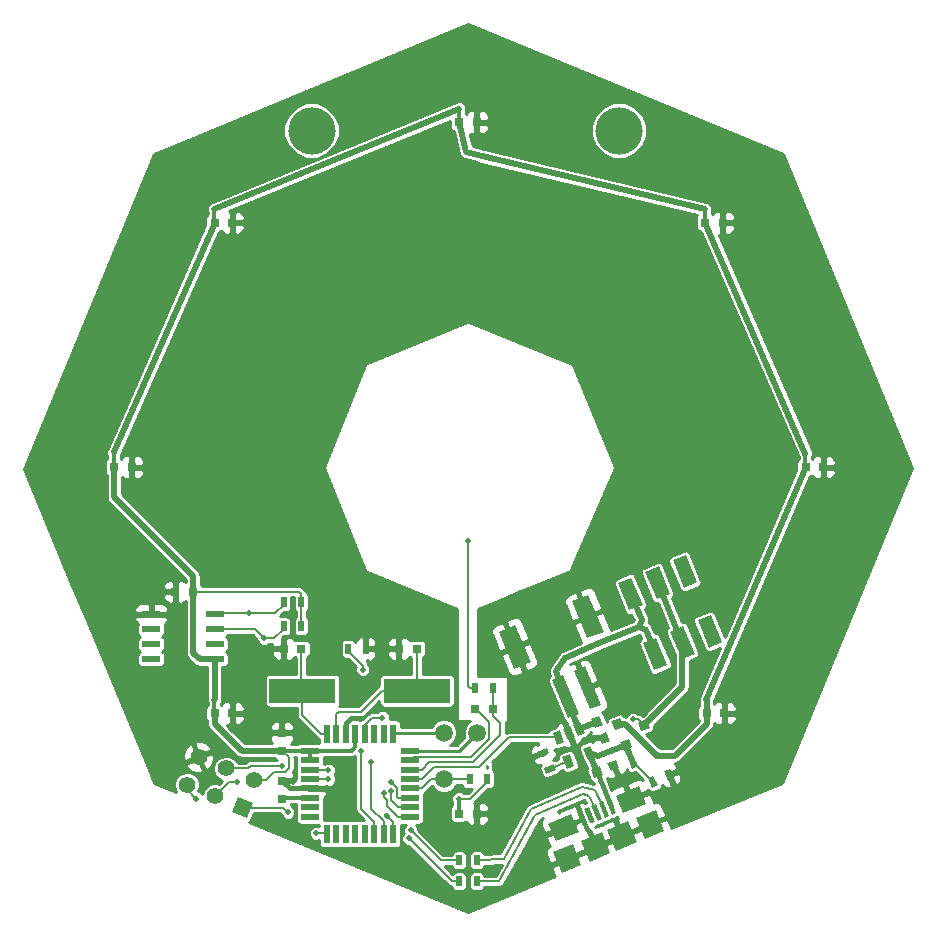
<source format=gbr>
G04 #@! TF.FileFunction,Copper,L2,Bot,Signal*
%FSLAX46Y46*%
G04 Gerber Fmt 4.6, Leading zero omitted, Abs format (unit mm)*
G04 Created by KiCad (PCBNEW 4.0.2-stable) date 7/20/2016 11:09:08 PM*
%MOMM*%
G01*
G04 APERTURE LIST*
%ADD10C,0.100000*%
%ADD11R,0.500000X0.900000*%
%ADD12C,4.000000*%
%ADD13R,0.800000X0.750000*%
%ADD14R,0.750000X0.800000*%
%ADD15R,0.550000X1.600000*%
%ADD16R,1.600000X0.550000*%
%ADD17R,1.550000X0.600000*%
%ADD18C,1.500000*%
%ADD19R,5.600700X2.100580*%
%ADD20C,1.397000*%
%ADD21C,0.508000*%
%ADD22C,0.254000*%
%ADD23C,0.203200*%
%ADD24C,0.508000*%
%ADD25C,0.406400*%
%ADD26C,0.355600*%
%ADD27C,0.304800*%
G04 APERTURE END LIST*
D10*
D11*
X146927000Y-131445000D03*
X145427000Y-131445000D03*
D12*
X158076000Y-76524000D03*
X132041000Y-76524000D03*
D13*
X131191000Y-120396000D03*
X129691000Y-120396000D03*
X140945999Y-120396000D03*
X139445999Y-120396000D03*
D14*
X129540000Y-129020000D03*
X129540000Y-127520000D03*
X129540000Y-133084000D03*
X129540000Y-131584000D03*
D13*
X145922999Y-125476000D03*
X147422999Y-125476000D03*
D10*
G36*
X155981498Y-131356810D02*
X155694486Y-130663901D01*
X156433590Y-130357754D01*
X156720602Y-131050663D01*
X155981498Y-131356810D01*
X155981498Y-131356810D01*
G37*
G36*
X157367318Y-130782784D02*
X157080306Y-130089875D01*
X157819410Y-129783728D01*
X158106422Y-130476637D01*
X157367318Y-130782784D01*
X157367318Y-130782784D01*
G37*
G36*
X155720223Y-126377789D02*
X156413132Y-126090777D01*
X156719279Y-126829881D01*
X156026370Y-127116893D01*
X155720223Y-126377789D01*
X155720223Y-126377789D01*
G37*
G36*
X156294249Y-127763609D02*
X156987158Y-127476597D01*
X157293305Y-128215701D01*
X156600396Y-128502713D01*
X156294249Y-127763609D01*
X156294249Y-127763609D01*
G37*
D13*
X144526000Y-134366000D03*
X146026000Y-134366000D03*
X165493000Y-125857000D03*
X166993000Y-125857000D03*
X173875000Y-105029000D03*
X175375000Y-105029000D03*
X165378000Y-84328000D03*
X166878000Y-84328000D03*
X144550000Y-75819000D03*
X146050000Y-75819000D03*
X123837000Y-84328000D03*
X125337000Y-84328000D03*
X115340000Y-105029000D03*
X116840000Y-105029000D03*
X123837000Y-125857000D03*
X125337000Y-125857000D03*
D10*
G36*
X161472575Y-129120215D02*
X161644782Y-129535961D01*
X161099693Y-129761745D01*
X160927486Y-129345999D01*
X161472575Y-129120215D01*
X161472575Y-129120215D01*
G37*
G36*
X159523189Y-129927677D02*
X159695396Y-130343423D01*
X159150307Y-130569207D01*
X158978100Y-130153461D01*
X159523189Y-129927677D01*
X159523189Y-129927677D01*
G37*
D15*
X133344000Y-127576000D03*
X134144000Y-127576000D03*
X134944000Y-127576000D03*
X135744000Y-127576000D03*
X136544000Y-127576000D03*
X137344000Y-127576000D03*
X138144000Y-127576000D03*
X138944000Y-127576000D03*
D16*
X140394000Y-129026000D03*
X140394000Y-129826000D03*
X140394000Y-130626000D03*
X140394000Y-131426000D03*
X140394000Y-132226000D03*
X140394000Y-133026000D03*
X140394000Y-133826000D03*
X140394000Y-134626000D03*
D15*
X138944000Y-136076000D03*
X138144000Y-136076000D03*
X137344000Y-136076000D03*
X136544000Y-136076000D03*
X135744000Y-136076000D03*
X134944000Y-136076000D03*
X134144000Y-136076000D03*
X133344000Y-136076000D03*
D16*
X131894000Y-134626000D03*
X131894000Y-133826000D03*
X131894000Y-133026000D03*
X131894000Y-132226000D03*
X131894000Y-131426000D03*
X131894000Y-130626000D03*
X131894000Y-129826000D03*
X131894000Y-129026000D03*
D10*
G36*
X156613833Y-135932666D02*
X157340932Y-137688037D01*
X155585561Y-138415136D01*
X154858462Y-136659765D01*
X156613833Y-135932666D01*
X156613833Y-135932666D01*
G37*
G36*
X158831144Y-135014226D02*
X159558243Y-136769597D01*
X157802872Y-137496696D01*
X157075773Y-135741325D01*
X158831144Y-135014226D01*
X158831144Y-135014226D01*
G37*
G36*
X157829430Y-134292053D02*
X157459878Y-134445126D01*
X156943256Y-133197889D01*
X157312808Y-133044816D01*
X157829430Y-134292053D01*
X157829430Y-134292053D01*
G37*
G36*
X157228908Y-134540798D02*
X156859356Y-134693871D01*
X156342734Y-133446634D01*
X156712286Y-133293561D01*
X157228908Y-134540798D01*
X157228908Y-134540798D01*
G37*
G36*
X156628386Y-134789542D02*
X156258834Y-134942615D01*
X155742212Y-133695378D01*
X156111764Y-133542305D01*
X156628386Y-134789542D01*
X156628386Y-134789542D01*
G37*
G36*
X156027865Y-135038286D02*
X155658313Y-135191359D01*
X155141691Y-133944122D01*
X155511243Y-133791049D01*
X156027865Y-135038286D01*
X156027865Y-135038286D01*
G37*
G36*
X155427343Y-135287030D02*
X155057791Y-135440103D01*
X154541169Y-134192866D01*
X154910721Y-134039793D01*
X155427343Y-135287030D01*
X155427343Y-135287030D01*
G37*
G36*
X159761088Y-132030705D02*
X160373381Y-133508912D01*
X158433234Y-134312547D01*
X157820941Y-132834340D01*
X159761088Y-132030705D01*
X159761088Y-132030705D01*
G37*
G36*
X154033242Y-134403841D02*
X154645535Y-135882048D01*
X152705388Y-136685683D01*
X152093095Y-135207476D01*
X154033242Y-134403841D01*
X154033242Y-134403841D01*
G37*
G36*
X161187037Y-134038383D02*
X161914136Y-135793754D01*
X160251153Y-136482585D01*
X159524054Y-134727214D01*
X161187037Y-134038383D01*
X161187037Y-134038383D01*
G37*
G36*
X154165552Y-136946777D02*
X154892651Y-138702148D01*
X153229668Y-139390979D01*
X152502569Y-137635608D01*
X154165552Y-136946777D01*
X154165552Y-136946777D01*
G37*
G36*
X159203883Y-128740556D02*
X158464687Y-129046742D01*
X158158501Y-128307546D01*
X158897697Y-128001360D01*
X159203883Y-128740556D01*
X159203883Y-128740556D01*
G37*
G36*
X158476784Y-126985185D02*
X157737588Y-127291371D01*
X157431402Y-126552175D01*
X158170598Y-126245989D01*
X158476784Y-126985185D01*
X158476784Y-126985185D01*
G37*
G36*
X160687150Y-127097894D02*
X159947954Y-127404080D01*
X159641768Y-126664884D01*
X160380964Y-126358698D01*
X160687150Y-127097894D01*
X160687150Y-127097894D01*
G37*
D11*
X144538000Y-140081000D03*
X146038000Y-140081000D03*
X144538000Y-138303000D03*
X146038000Y-138303000D03*
D10*
G36*
X160875444Y-132160127D02*
X160531029Y-131328635D01*
X160992968Y-131137293D01*
X161337383Y-131968785D01*
X160875444Y-132160127D01*
X160875444Y-132160127D01*
G37*
G36*
X162261264Y-131586101D02*
X161916849Y-130754609D01*
X162378788Y-130563267D01*
X162723203Y-131394759D01*
X162261264Y-131586101D01*
X162261264Y-131586101D01*
G37*
D11*
X145923000Y-123698000D03*
X147423000Y-123698000D03*
D10*
G36*
X152737556Y-130627713D02*
X151906064Y-130972128D01*
X151714722Y-130510189D01*
X152546214Y-130165774D01*
X152737556Y-130627713D01*
X152737556Y-130627713D01*
G37*
G36*
X152163530Y-129241893D02*
X151332038Y-129586308D01*
X151140696Y-129124369D01*
X151972188Y-128779954D01*
X152163530Y-129241893D01*
X152163530Y-129241893D01*
G37*
D17*
X118458000Y-121285000D03*
X118458000Y-120015000D03*
X118458000Y-118745000D03*
X118458000Y-117475000D03*
X123858000Y-117475000D03*
X123858000Y-118745000D03*
X123858000Y-120015000D03*
X123858000Y-121285000D03*
D10*
G36*
X152448604Y-127542495D02*
X153049126Y-127293751D01*
X153454770Y-128273063D01*
X152854248Y-128521807D01*
X152448604Y-127542495D01*
X152448604Y-127542495D01*
G37*
G36*
X153326289Y-127178946D02*
X153926811Y-126930202D01*
X154332455Y-127909514D01*
X153731933Y-128158258D01*
X153326289Y-127178946D01*
X153326289Y-127178946D01*
G37*
G36*
X154203975Y-126815396D02*
X154804497Y-126566652D01*
X155210141Y-127545964D01*
X154609619Y-127794708D01*
X154203975Y-126815396D01*
X154203975Y-126815396D01*
G37*
G36*
X155045878Y-128847931D02*
X155646400Y-128599187D01*
X156052044Y-129578499D01*
X155451522Y-129827243D01*
X155045878Y-128847931D01*
X155045878Y-128847931D01*
G37*
G36*
X153290507Y-129575030D02*
X153891029Y-129326286D01*
X154296673Y-130305598D01*
X153696151Y-130554342D01*
X153290507Y-129575030D01*
X153290507Y-129575030D01*
G37*
D18*
X143256000Y-127508000D03*
X146050000Y-127508000D03*
X143256000Y-131445000D03*
D19*
X131272279Y-123952001D03*
X140969999Y-123952001D03*
D13*
X122022999Y-115570000D03*
X120522999Y-115570000D03*
D10*
G36*
X163729913Y-112465495D02*
X164686622Y-114775193D01*
X163577967Y-115234413D01*
X162621258Y-112924715D01*
X163729913Y-112465495D01*
X163729913Y-112465495D01*
G37*
G36*
X161420214Y-113422203D02*
X162376923Y-115731901D01*
X161268268Y-116191121D01*
X160311559Y-113881423D01*
X161420214Y-113422203D01*
X161420214Y-113422203D01*
G37*
G36*
X159110515Y-114378912D02*
X160067224Y-116688610D01*
X158958569Y-117147830D01*
X158001860Y-114838132D01*
X159110515Y-114378912D01*
X159110515Y-114378912D01*
G37*
G36*
X165834671Y-117546832D02*
X166791380Y-119856530D01*
X165682725Y-120315750D01*
X164726016Y-118006052D01*
X165834671Y-117546832D01*
X165834671Y-117546832D01*
G37*
G36*
X163524973Y-118503541D02*
X164481682Y-120813239D01*
X163373027Y-121272459D01*
X162416318Y-118962761D01*
X163524973Y-118503541D01*
X163524973Y-118503541D01*
G37*
G36*
X161215274Y-119460249D02*
X162171983Y-121769947D01*
X161063328Y-122229167D01*
X160106619Y-119919469D01*
X161215274Y-119460249D01*
X161215274Y-119460249D01*
G37*
G36*
X125815621Y-132931709D02*
X127106280Y-133466318D01*
X126571671Y-134756977D01*
X125281012Y-134222368D01*
X125815621Y-132931709D01*
X125815621Y-132931709D01*
G37*
D20*
X127165662Y-131497689D03*
X123846992Y-132872327D03*
X124819008Y-130525673D03*
X121500338Y-131900311D03*
X122472354Y-129553657D03*
D11*
X135140000Y-120396000D03*
X136640000Y-120396000D03*
D10*
G36*
X155183004Y-121886503D02*
X156522396Y-125120081D01*
X155598516Y-125502765D01*
X154259124Y-122269187D01*
X155183004Y-121886503D01*
X155183004Y-121886503D01*
G37*
G36*
X153335244Y-122651869D02*
X154674636Y-125885447D01*
X153750756Y-126268131D01*
X152411364Y-123034553D01*
X153335244Y-122651869D01*
X153335244Y-122651869D01*
G37*
G36*
X155480331Y-115810188D02*
X156781454Y-118951379D01*
X155395635Y-119525404D01*
X154094512Y-116384213D01*
X155480331Y-115810188D01*
X155480331Y-115810188D01*
G37*
G36*
X149290339Y-118374167D02*
X150591462Y-121515358D01*
X149205643Y-122089383D01*
X147904520Y-118948192D01*
X149290339Y-118374167D01*
X149290339Y-118374167D01*
G37*
D11*
X131179000Y-116459000D03*
X129679000Y-116459000D03*
X131179000Y-118491000D03*
X129679000Y-118491000D03*
D21*
X133858000Y-132715000D03*
X146050000Y-135509000D03*
X125349000Y-127254000D03*
X116840000Y-106299000D03*
X125349000Y-85598000D03*
X166878000Y-85598000D03*
X146050000Y-77089000D03*
X175387000Y-106172000D03*
X167005000Y-127000000D03*
X123825000Y-124714000D03*
X115316000Y-103759000D03*
X123825000Y-83185000D03*
X165354000Y-83185000D03*
X144526000Y-74676000D03*
X173863000Y-103886000D03*
X165481000Y-124714000D03*
X144526000Y-133096000D03*
X138811000Y-131699000D03*
X138811000Y-132461000D03*
X138811000Y-132461000D03*
X125730000Y-131699000D03*
X138163423Y-132590515D03*
X129540000Y-130302000D03*
X138430000Y-134558800D03*
X130048000Y-134239000D03*
X137074717Y-130006283D03*
X126746000Y-117348000D03*
X128016000Y-119507000D03*
X136221805Y-129067746D03*
X132461000Y-136017000D03*
X122301000Y-133096000D03*
X159258000Y-126365000D03*
X138049000Y-126238000D03*
X136398000Y-122174000D03*
X145288000Y-111252000D03*
X133477000Y-131445000D03*
X140289509Y-136452967D03*
X133477000Y-130683000D03*
X140462000Y-135763000D03*
D22*
X146927000Y-130302000D02*
X146927000Y-130502000D01*
D23*
X131191000Y-120396000D02*
X131191000Y-123870722D01*
X131191000Y-123870722D02*
X131272279Y-123952001D01*
X131272279Y-123952001D02*
X131272279Y-125982479D01*
X131272279Y-125982479D02*
X132865800Y-127576000D01*
X132865800Y-127576000D02*
X133344000Y-127576000D01*
X131306000Y-123918280D02*
X131272279Y-123952001D01*
D24*
X156793777Y-127989655D02*
X155601345Y-127989655D01*
D25*
X135366918Y-126238000D02*
X136271000Y-126238000D01*
X131894000Y-132226000D02*
X133369000Y-132226000D01*
X133369000Y-132226000D02*
X133858000Y-132715000D01*
X129540000Y-131584000D02*
X130182000Y-132226000D01*
X130182000Y-132226000D02*
X131894000Y-132226000D01*
X134944000Y-127576000D02*
X134944000Y-126660918D01*
X134944000Y-126660918D02*
X135366918Y-126238000D01*
D26*
X146050000Y-135509000D02*
X146050000Y-134390000D01*
X146050000Y-134390000D02*
X146026000Y-134366000D01*
X125349000Y-127254000D02*
X125349000Y-125869000D01*
X125349000Y-125869000D02*
X125337000Y-125857000D01*
X116840000Y-106299000D02*
X116840000Y-105029000D01*
X125349000Y-85598000D02*
X125349000Y-84340000D01*
X125349000Y-84340000D02*
X125337000Y-84328000D01*
X166878000Y-85598000D02*
X166878000Y-84328000D01*
X146050000Y-77089000D02*
X146050000Y-75819000D01*
X175387000Y-106172000D02*
X175387000Y-105041000D01*
X175387000Y-105041000D02*
X175375000Y-105029000D01*
X167005000Y-127000000D02*
X167005000Y-125869000D01*
X167005000Y-125869000D02*
X166993000Y-125857000D01*
D23*
X140969999Y-123952001D02*
X140969999Y-120420000D01*
X140969999Y-120420000D02*
X140945999Y-120396000D01*
X140969999Y-123952001D02*
X137966449Y-123952001D01*
X137966449Y-123952001D02*
X136188450Y-125730000D01*
X136188450Y-125730000D02*
X134366000Y-125730000D01*
X134366000Y-125730000D02*
X134144000Y-125952000D01*
X134144000Y-125952000D02*
X134144000Y-126572800D01*
X134144000Y-126572800D02*
X134144000Y-127576000D01*
X140945999Y-123928001D02*
X140969999Y-123952001D01*
X131179000Y-116459000D02*
X131179000Y-115805800D01*
X131179000Y-115805800D02*
X130943200Y-115570000D01*
X130943200Y-115570000D02*
X122626199Y-115570000D01*
X122626199Y-115570000D02*
X122022999Y-115570000D01*
X131179000Y-118491000D02*
X131179000Y-116459000D01*
D24*
X161286134Y-129440980D02*
X158613834Y-126768680D01*
X158613834Y-126768680D02*
X157954093Y-126768680D01*
X165493000Y-125857000D02*
X165493000Y-124726000D01*
X165493000Y-124726000D02*
X165481000Y-124714000D01*
X161286134Y-129440980D02*
X162792020Y-129440980D01*
X162792020Y-129440980D02*
X165493000Y-126740000D01*
X165493000Y-126740000D02*
X165493000Y-125857000D01*
X115340000Y-107593000D02*
X122022999Y-114275999D01*
X122022999Y-114275999D02*
X122022999Y-115570000D01*
X115340000Y-105029000D02*
X115340000Y-107593000D01*
X123837000Y-125857000D02*
X123837000Y-126740000D01*
X123837000Y-126740000D02*
X126117000Y-129020000D01*
X126117000Y-129020000D02*
X128657000Y-129020000D01*
X128657000Y-129020000D02*
X129540000Y-129020000D01*
D23*
X127165662Y-131497689D02*
X128153490Y-131497689D01*
X128153490Y-131497689D02*
X128841178Y-130810001D01*
X128841178Y-130810001D02*
X129783841Y-130810001D01*
X129783841Y-130810001D02*
X130118200Y-130475642D01*
X130118200Y-130475642D02*
X130118200Y-129598200D01*
X130118200Y-129598200D02*
X129540000Y-129020000D01*
D26*
X131894000Y-129026000D02*
X135449600Y-129026000D01*
X135449600Y-129026000D02*
X135744000Y-128731600D01*
X135744000Y-128731600D02*
X135744000Y-127576000D01*
X131894000Y-129826000D02*
X131894000Y-129026000D01*
X131894000Y-129026000D02*
X129546000Y-129026000D01*
X129546000Y-129026000D02*
X129540000Y-129020000D01*
D24*
X123858000Y-121285000D02*
X123858000Y-124681000D01*
X123858000Y-124681000D02*
X123825000Y-124714000D01*
X122022999Y-115570000D02*
X122022999Y-120732999D01*
X122022999Y-120732999D02*
X122575000Y-121285000D01*
X122575000Y-121285000D02*
X123858000Y-121285000D01*
X115316000Y-103759000D02*
X123837000Y-84328000D01*
X123825000Y-83185000D02*
X144526000Y-74676000D01*
X145161000Y-78359000D02*
X144550000Y-75819000D01*
X146177000Y-78613000D02*
X145161000Y-78359000D01*
X165354000Y-83185000D02*
X146177000Y-78613000D01*
X173863000Y-103886000D02*
X165378000Y-84328000D01*
X165481000Y-124714000D02*
X173875000Y-105029000D01*
D26*
X144526000Y-133096000D02*
X144526000Y-134366000D01*
X123825000Y-124714000D02*
X123825000Y-125845000D01*
X123825000Y-125845000D02*
X123837000Y-125857000D01*
X115316000Y-103759000D02*
X115316000Y-105005000D01*
X115316000Y-105005000D02*
X115340000Y-105029000D01*
X123825000Y-83185000D02*
X123825000Y-84316000D01*
X123825000Y-84316000D02*
X123837000Y-84328000D01*
X165354000Y-83185000D02*
X165354000Y-84304000D01*
X165354000Y-84304000D02*
X165378000Y-84328000D01*
X144526000Y-74676000D02*
X144526000Y-75795000D01*
X144526000Y-75795000D02*
X144550000Y-75819000D01*
X173863000Y-103886000D02*
X173863000Y-105017000D01*
X173863000Y-105017000D02*
X173875000Y-105029000D01*
X165481000Y-125845000D02*
X165493000Y-125857000D01*
D23*
X146927000Y-131445000D02*
X146927000Y-131645000D01*
X146927000Y-131645000D02*
X145476000Y-133096000D01*
X145476000Y-133096000D02*
X144885210Y-133096000D01*
X144885210Y-133096000D02*
X144526000Y-133096000D01*
D27*
X131894000Y-133026000D02*
X129598000Y-133026000D01*
X129598000Y-133026000D02*
X129540000Y-133084000D01*
D23*
X145922999Y-125476000D02*
X145947999Y-125476000D01*
X145947999Y-125476000D02*
X147104801Y-126632802D01*
X147104801Y-126632802D02*
X147104801Y-128014305D01*
X147104801Y-128014305D02*
X145513305Y-129605801D01*
X145513305Y-129605801D02*
X140614199Y-129605801D01*
X140614199Y-129605801D02*
X140394000Y-129826000D01*
X147422999Y-125476000D02*
X147422999Y-123698001D01*
X147422999Y-123698001D02*
X147423000Y-123698000D01*
X147423000Y-125475999D02*
X147422999Y-125476000D01*
X145681646Y-130012210D02*
X142010990Y-130012210D01*
X142010990Y-130012210D02*
X141397200Y-130626000D01*
X141397200Y-130626000D02*
X140394000Y-130626000D01*
X145681646Y-130012210D02*
X148026199Y-127667657D01*
X148026199Y-127667657D02*
X148026199Y-126657400D01*
X148026199Y-126657400D02*
X147422999Y-126054200D01*
X147422999Y-126054200D02*
X147422999Y-125476000D01*
D25*
X157386343Y-133744971D02*
X156207544Y-130857282D01*
D23*
X160934206Y-131648710D02*
X159533938Y-130248442D01*
X159533938Y-130248442D02*
X159336748Y-130248442D01*
D24*
X159336748Y-130248442D02*
X158651837Y-128594919D01*
X158651837Y-128594919D02*
X158681191Y-128524051D01*
X158681191Y-128524051D02*
X156283181Y-129517339D01*
X156283181Y-129517339D02*
X155548961Y-129213215D01*
X156207544Y-130857281D02*
X155548961Y-129213215D01*
X154707058Y-127180680D02*
X153543000Y-124460000D01*
X152781000Y-122301000D02*
X153543000Y-124460000D01*
X153543000Y-121158000D02*
X152781000Y-122301000D01*
X156413893Y-119936949D02*
X153543000Y-121158000D01*
X159772382Y-118545817D02*
X160000225Y-117995754D01*
X160000225Y-117995754D02*
X158931390Y-115415358D01*
X159772382Y-118545817D02*
X160322445Y-118773661D01*
X160322445Y-118773661D02*
X161036149Y-120496696D01*
X156413893Y-119936949D02*
X159772382Y-118545817D01*
X154707057Y-127180680D02*
X156219751Y-126603836D01*
D23*
X138811000Y-131699000D02*
X139319001Y-132207001D01*
X139319001Y-132207001D02*
X139319001Y-132954201D01*
X139319001Y-132954201D02*
X139390800Y-133026000D01*
X139390800Y-133026000D02*
X140394000Y-133026000D01*
D22*
X143256000Y-127508000D02*
X139012000Y-127508000D01*
X139012000Y-127508000D02*
X138944000Y-127576000D01*
X140394000Y-129026000D02*
X144532000Y-129026000D01*
X144532000Y-129026000D02*
X146050000Y-127508000D01*
D23*
X143256000Y-131445000D02*
X142195340Y-131445000D01*
X142195340Y-131445000D02*
X141414340Y-132226000D01*
X141414340Y-132226000D02*
X141397200Y-132226000D01*
X141397200Y-132226000D02*
X140394000Y-132226000D01*
X143256000Y-131445000D02*
X144316660Y-131445000D01*
X144316660Y-131445000D02*
X145427000Y-131445000D01*
X138811000Y-133246200D02*
X138811000Y-132461000D01*
X139390800Y-133826000D02*
X138811000Y-133246200D01*
X140394000Y-133826000D02*
X139390800Y-133826000D01*
X123846992Y-132872327D02*
X125020319Y-131699000D01*
X125020319Y-131699000D02*
X125730000Y-131699000D01*
X138163423Y-132590515D02*
X138163423Y-132949725D01*
X138163423Y-132949725D02*
X138455390Y-133241692D01*
X138455390Y-133241692D02*
X138455390Y-133690590D01*
X138455390Y-133690590D02*
X139390800Y-134626000D01*
X139390800Y-134626000D02*
X140394000Y-134626000D01*
X124819008Y-130525673D02*
X126652792Y-130525673D01*
X126652792Y-130525673D02*
X126876465Y-130302000D01*
X126876465Y-130302000D02*
X129540000Y-130302000D01*
X138301567Y-134430367D02*
X138430000Y-134558800D01*
X138430000Y-134558800D02*
X138944000Y-135072800D01*
X138944000Y-135072800D02*
X138944000Y-136076000D01*
X126193646Y-133844343D02*
X129653343Y-133844343D01*
X129653343Y-133844343D02*
X130048000Y-134239000D01*
X126746000Y-117348000D02*
X128990000Y-117348000D01*
X128990000Y-117348000D02*
X129679000Y-116659000D01*
X129679000Y-116659000D02*
X129679000Y-116459000D01*
X138144000Y-136076000D02*
X138144000Y-135024642D01*
X138144000Y-135024642D02*
X137074717Y-133955359D01*
X137074717Y-133955359D02*
X137074717Y-130006283D01*
X126746000Y-117348000D02*
X123985000Y-117348000D01*
X123985000Y-117348000D02*
X123858000Y-117475000D01*
X128016000Y-119507000D02*
X128863000Y-119507000D01*
X128863000Y-119507000D02*
X129679000Y-118691000D01*
X129679000Y-118691000D02*
X129679000Y-118491000D01*
X136221805Y-131413923D02*
X136221805Y-131064000D01*
X136221805Y-131064000D02*
X136221805Y-129067746D01*
X137344000Y-136076000D02*
X137344000Y-135072800D01*
X137344000Y-135072800D02*
X136221805Y-133950605D01*
X136221805Y-133950605D02*
X136221805Y-131064000D01*
X128016000Y-119507000D02*
X127254000Y-118745000D01*
X127254000Y-118745000D02*
X123858000Y-118745000D01*
X132461000Y-136017000D02*
X133285000Y-136017000D01*
X133285000Y-136017000D02*
X133344000Y-136076000D01*
X121500338Y-131900311D02*
X121500338Y-132295338D01*
X121500338Y-132295338D02*
X122301000Y-133096000D01*
X159258000Y-126365000D02*
X159648070Y-126365000D01*
X159648070Y-126365000D02*
X160164459Y-126881389D01*
D24*
X163449000Y-119888000D02*
X163449000Y-123596848D01*
X163449000Y-123596848D02*
X160164459Y-126881389D01*
X160238645Y-126912118D02*
X160164459Y-126881389D01*
X161344241Y-114806662D02*
X163449000Y-119888000D01*
D23*
X138049000Y-126238000D02*
X137149798Y-126238000D01*
X137149798Y-126238000D02*
X136544000Y-126843798D01*
X136544000Y-126843798D02*
X136544000Y-127576000D01*
X135140000Y-120396000D02*
X135140000Y-120596000D01*
X136544000Y-127576000D02*
X136735179Y-127384821D01*
X135140000Y-120596000D02*
X136398000Y-121854000D01*
X136398000Y-121854000D02*
X136398000Y-122174000D01*
X145288000Y-111252000D02*
X145288000Y-123516200D01*
X145288000Y-123516200D02*
X145469800Y-123698000D01*
X145469800Y-123698000D02*
X145923000Y-123698000D01*
X153793590Y-129940314D02*
X152226139Y-130568951D01*
X152951687Y-127907779D02*
X148782392Y-127907779D01*
X148782392Y-127907779D02*
X146249172Y-130440999D01*
X146249172Y-130440999D02*
X142382201Y-130440999D01*
X142382201Y-130440999D02*
X141397200Y-131426000D01*
X141397200Y-131426000D02*
X140394000Y-131426000D01*
X133477000Y-131445000D02*
X131913000Y-131445000D01*
X131913000Y-131445000D02*
X131894000Y-131426000D01*
X144538000Y-140081000D02*
X143917542Y-140081000D01*
X143917542Y-140081000D02*
X140289509Y-136452967D01*
X133477000Y-130683000D02*
X131951000Y-130683000D01*
X131951000Y-130683000D02*
X131894000Y-130626000D01*
X144538000Y-138303000D02*
X143002000Y-138303000D01*
X143002000Y-138303000D02*
X140462000Y-135763000D01*
X148336000Y-138176000D02*
X146038000Y-138303000D01*
X150622000Y-133985000D02*
X148336000Y-138176000D01*
X154940000Y-132080000D02*
X150622000Y-133985000D01*
X156083000Y-132334000D02*
X154940000Y-132080000D01*
X156785821Y-133993716D02*
X156083000Y-132334000D01*
X147955000Y-140081000D02*
X146038000Y-140081000D01*
X151003000Y-134493000D02*
X147955000Y-140081000D01*
X155067000Y-132715000D02*
X151003000Y-134493000D01*
X155575000Y-132842000D02*
X155067000Y-132715000D01*
X156185299Y-134242460D02*
X155575000Y-132842000D01*
D22*
X137287000Y-127633000D02*
X137344000Y-127576000D01*
G36*
X135739205Y-133950605D02*
X135775941Y-134135288D01*
X135880555Y-134291855D01*
X136476237Y-134887536D01*
X136269000Y-134887536D01*
X136139412Y-134911920D01*
X136019000Y-134887536D01*
X135469000Y-134887536D01*
X135339412Y-134911920D01*
X135219000Y-134887536D01*
X134669000Y-134887536D01*
X134539412Y-134911920D01*
X134419000Y-134887536D01*
X133869000Y-134887536D01*
X133739412Y-134911920D01*
X133619000Y-134887536D01*
X133082464Y-134887536D01*
X133082464Y-134351000D01*
X133058080Y-134221412D01*
X133082464Y-134101000D01*
X133082464Y-133551000D01*
X133058080Y-133421412D01*
X133082464Y-133301000D01*
X133082464Y-133010561D01*
X133232327Y-132860699D01*
X133329000Y-132627310D01*
X133329000Y-132511750D01*
X133170250Y-132353000D01*
X132021000Y-132353000D01*
X132021000Y-132362536D01*
X131767000Y-132362536D01*
X131767000Y-132353000D01*
X131747000Y-132353000D01*
X131747000Y-132099000D01*
X131767000Y-132099000D01*
X131767000Y-132089464D01*
X132021000Y-132089464D01*
X132021000Y-132099000D01*
X133170250Y-132099000D01*
X133236533Y-132032717D01*
X133350137Y-132079889D01*
X133602755Y-132080110D01*
X133836228Y-131983640D01*
X134015013Y-131805168D01*
X134111889Y-131571863D01*
X134112110Y-131319245D01*
X134015640Y-131085772D01*
X133994025Y-131064119D01*
X134015013Y-131043168D01*
X134111889Y-130809863D01*
X134112110Y-130557245D01*
X134015640Y-130323772D01*
X133837168Y-130144987D01*
X133603863Y-130048111D01*
X133351245Y-130047890D01*
X133117772Y-130144360D01*
X133062513Y-130199522D01*
X133082464Y-130101000D01*
X133082464Y-129584800D01*
X135449600Y-129584800D01*
X135663444Y-129542264D01*
X135739205Y-129491642D01*
X135739205Y-133950605D01*
X135739205Y-133950605D01*
G37*
X135739205Y-133950605D02*
X135775941Y-134135288D01*
X135880555Y-134291855D01*
X136476237Y-134887536D01*
X136269000Y-134887536D01*
X136139412Y-134911920D01*
X136019000Y-134887536D01*
X135469000Y-134887536D01*
X135339412Y-134911920D01*
X135219000Y-134887536D01*
X134669000Y-134887536D01*
X134539412Y-134911920D01*
X134419000Y-134887536D01*
X133869000Y-134887536D01*
X133739412Y-134911920D01*
X133619000Y-134887536D01*
X133082464Y-134887536D01*
X133082464Y-134351000D01*
X133058080Y-134221412D01*
X133082464Y-134101000D01*
X133082464Y-133551000D01*
X133058080Y-133421412D01*
X133082464Y-133301000D01*
X133082464Y-133010561D01*
X133232327Y-132860699D01*
X133329000Y-132627310D01*
X133329000Y-132511750D01*
X133170250Y-132353000D01*
X132021000Y-132353000D01*
X132021000Y-132362536D01*
X131767000Y-132362536D01*
X131767000Y-132353000D01*
X131747000Y-132353000D01*
X131747000Y-132099000D01*
X131767000Y-132099000D01*
X131767000Y-132089464D01*
X132021000Y-132089464D01*
X132021000Y-132099000D01*
X133170250Y-132099000D01*
X133236533Y-132032717D01*
X133350137Y-132079889D01*
X133602755Y-132080110D01*
X133836228Y-131983640D01*
X134015013Y-131805168D01*
X134111889Y-131571863D01*
X134112110Y-131319245D01*
X134015640Y-131085772D01*
X133994025Y-131064119D01*
X134015013Y-131043168D01*
X134111889Y-130809863D01*
X134112110Y-130557245D01*
X134015640Y-130323772D01*
X133837168Y-130144987D01*
X133603863Y-130048111D01*
X133351245Y-130047890D01*
X133117772Y-130144360D01*
X133062513Y-130199522D01*
X133082464Y-130101000D01*
X133082464Y-129584800D01*
X135449600Y-129584800D01*
X135663444Y-129542264D01*
X135739205Y-129491642D01*
X135739205Y-133950605D01*
G36*
X130705536Y-130101000D02*
X130729920Y-130230588D01*
X130705536Y-130351000D01*
X130705536Y-130901000D01*
X130729920Y-131030588D01*
X130705536Y-131151000D01*
X130705536Y-131441439D01*
X130555673Y-131591301D01*
X130472456Y-131792206D01*
X130391250Y-131711000D01*
X129667000Y-131711000D01*
X129667000Y-131731000D01*
X129413000Y-131731000D01*
X129413000Y-131711000D01*
X129393000Y-131711000D01*
X129393000Y-131457000D01*
X129413000Y-131457000D01*
X129413000Y-131437000D01*
X129667000Y-131437000D01*
X129667000Y-131457000D01*
X130391250Y-131457000D01*
X130550000Y-131298250D01*
X130550000Y-131057691D01*
X130453327Y-130824302D01*
X130452684Y-130823658D01*
X130459450Y-130816892D01*
X130564064Y-130660325D01*
X130600800Y-130475642D01*
X130600800Y-129598200D01*
X130598135Y-129584800D01*
X130705536Y-129584800D01*
X130705536Y-130101000D01*
X130705536Y-130101000D01*
G37*
X130705536Y-130101000D02*
X130729920Y-130230588D01*
X130705536Y-130351000D01*
X130705536Y-130901000D01*
X130729920Y-131030588D01*
X130705536Y-131151000D01*
X130705536Y-131441439D01*
X130555673Y-131591301D01*
X130472456Y-131792206D01*
X130391250Y-131711000D01*
X129667000Y-131711000D01*
X129667000Y-131731000D01*
X129413000Y-131731000D01*
X129413000Y-131711000D01*
X129393000Y-131711000D01*
X129393000Y-131457000D01*
X129413000Y-131457000D01*
X129413000Y-131437000D01*
X129667000Y-131437000D01*
X129667000Y-131457000D01*
X130391250Y-131457000D01*
X130550000Y-131298250D01*
X130550000Y-131057691D01*
X130453327Y-130824302D01*
X130452684Y-130823658D01*
X130459450Y-130816892D01*
X130564064Y-130660325D01*
X130600800Y-130475642D01*
X130600800Y-129598200D01*
X130598135Y-129584800D01*
X130705536Y-129584800D01*
X130705536Y-130101000D01*
G36*
X156862509Y-127823722D02*
X156880987Y-127816068D01*
X156978188Y-128050733D01*
X156959710Y-128058387D01*
X156967364Y-128076865D01*
X156732699Y-128174066D01*
X156725045Y-128155588D01*
X156706567Y-128163242D01*
X156609366Y-127928577D01*
X156627844Y-127920923D01*
X156620190Y-127902445D01*
X156854855Y-127805244D01*
X156862509Y-127823722D01*
X156862509Y-127823722D01*
G37*
X156862509Y-127823722D02*
X156880987Y-127816068D01*
X156978188Y-128050733D01*
X156959710Y-128058387D01*
X156967364Y-128076865D01*
X156732699Y-128174066D01*
X156725045Y-128155588D01*
X156706567Y-128163242D01*
X156609366Y-127928577D01*
X156627844Y-127920923D01*
X156620190Y-127902445D01*
X156854855Y-127805244D01*
X156862509Y-127823722D01*
G36*
X135071000Y-127449000D02*
X135080536Y-127449000D01*
X135080536Y-127703000D01*
X135071000Y-127703000D01*
X135071000Y-127723000D01*
X134817000Y-127723000D01*
X134817000Y-127703000D01*
X134807464Y-127703000D01*
X134807464Y-127449000D01*
X134817000Y-127449000D01*
X134817000Y-127429000D01*
X135071000Y-127429000D01*
X135071000Y-127449000D01*
X135071000Y-127449000D01*
G37*
X135071000Y-127449000D02*
X135080536Y-127449000D01*
X135080536Y-127703000D01*
X135071000Y-127703000D01*
X135071000Y-127723000D01*
X134817000Y-127723000D01*
X134817000Y-127703000D01*
X134807464Y-127703000D01*
X134807464Y-127449000D01*
X134817000Y-127449000D01*
X134817000Y-127429000D01*
X135071000Y-127429000D01*
X135071000Y-127449000D01*
G36*
X154721995Y-133430646D02*
X154636080Y-133638063D01*
X154756095Y-133927805D01*
X154753236Y-133941439D01*
X154782797Y-134092781D01*
X155299419Y-135340018D01*
X155377994Y-135460293D01*
X155396062Y-135472822D01*
X155517208Y-135765296D01*
X155681965Y-135833541D01*
X155694460Y-135863706D01*
X156168429Y-137007968D01*
X156950723Y-136683931D01*
X156950724Y-136683931D01*
X158151075Y-136186729D01*
X157653873Y-134986379D01*
X157446456Y-134900464D01*
X156716075Y-135202998D01*
X156621407Y-135297666D01*
X156487524Y-135297666D01*
X156032122Y-135486300D01*
X156046775Y-135450923D01*
X156176523Y-135397180D01*
X156286917Y-135325060D01*
X156407492Y-135301509D01*
X156777044Y-135148436D01*
X156887438Y-135076317D01*
X157008014Y-135052765D01*
X157377566Y-134899692D01*
X157487962Y-134827571D01*
X157608536Y-134804020D01*
X157904209Y-134681548D01*
X157953941Y-134731280D01*
X157888538Y-134889177D01*
X158385740Y-136089528D01*
X159586090Y-135592326D01*
X160553162Y-135191752D01*
X160545508Y-135173274D01*
X160780173Y-135076073D01*
X160787827Y-135094551D01*
X161941983Y-134616483D01*
X162027898Y-134409066D01*
X161822037Y-133912074D01*
X161725364Y-133678684D01*
X161546736Y-133500056D01*
X161313346Y-133403384D01*
X161060728Y-133403383D01*
X161008382Y-133425065D01*
X161008382Y-133382603D01*
X160911708Y-133149214D01*
X160763250Y-132790803D01*
X160555833Y-132704888D01*
X159263094Y-133240358D01*
X159270748Y-133258836D01*
X159036083Y-133356037D01*
X159028429Y-133337559D01*
X159009951Y-133345213D01*
X158912750Y-133110548D01*
X158931228Y-133102894D01*
X158491429Y-132041126D01*
X158284012Y-131955211D01*
X157461242Y-132296013D01*
X157436114Y-132321141D01*
X157032011Y-131331215D01*
X157241010Y-131417784D01*
X157493628Y-131417784D01*
X157715876Y-131325726D01*
X157801791Y-131118309D01*
X157524632Y-130449189D01*
X157506154Y-130456843D01*
X157408953Y-130222178D01*
X157427431Y-130214524D01*
X157419777Y-130196046D01*
X157654442Y-130098845D01*
X157662096Y-130117323D01*
X157680574Y-130109669D01*
X157777775Y-130344334D01*
X157759297Y-130351988D01*
X158036456Y-131021108D01*
X158243873Y-131107023D01*
X158466120Y-131014965D01*
X158644749Y-130836336D01*
X158741422Y-130602947D01*
X158741422Y-130597176D01*
X158791413Y-130717865D01*
X158869989Y-130838142D01*
X158996705Y-130926013D01*
X159147624Y-130957662D01*
X159298966Y-130928101D01*
X159463107Y-130860111D01*
X160077404Y-131474408D01*
X159887397Y-131395705D01*
X159634778Y-131395705D01*
X158812009Y-131736507D01*
X158726094Y-131943924D01*
X159165893Y-133005693D01*
X160458631Y-132470223D01*
X160522028Y-132317170D01*
X160595126Y-132429062D01*
X160721842Y-132516933D01*
X160872761Y-132548582D01*
X161024103Y-132519021D01*
X161486042Y-132327679D01*
X161606318Y-132249103D01*
X161694189Y-132122388D01*
X161725838Y-131971468D01*
X161718939Y-131936148D01*
X161722937Y-131945800D01*
X161901565Y-132124428D01*
X162134955Y-132221100D01*
X162387573Y-132221101D01*
X162473087Y-132185680D01*
X162559002Y-131978263D01*
X162253142Y-131239852D01*
X162232816Y-131248271D01*
X162189701Y-131144181D01*
X162484112Y-131144181D01*
X162789971Y-131882592D01*
X162997388Y-131968507D01*
X163082902Y-131933086D01*
X163261530Y-131754458D01*
X163358204Y-131521069D01*
X163358204Y-131268450D01*
X163261531Y-131035061D01*
X163247011Y-131000008D01*
X163039594Y-130914093D01*
X162484112Y-131144181D01*
X162189701Y-131144181D01*
X162135615Y-131013606D01*
X162155940Y-131005187D01*
X162148286Y-130986709D01*
X162379256Y-130891038D01*
X162386910Y-130909516D01*
X162942393Y-130679427D01*
X163028308Y-130472011D01*
X163013788Y-130436958D01*
X162917115Y-130203568D01*
X162789527Y-130075980D01*
X162792020Y-130075980D01*
X163035024Y-130027644D01*
X163241033Y-129889993D01*
X165942010Y-127189015D01*
X165942013Y-127189013D01*
X166079664Y-126983004D01*
X166086381Y-126949235D01*
X166128001Y-126740000D01*
X166128000Y-126739995D01*
X166128000Y-126665026D01*
X166233302Y-126770327D01*
X166466691Y-126867000D01*
X166707250Y-126867000D01*
X166866000Y-126708250D01*
X166866000Y-125984000D01*
X167120000Y-125984000D01*
X167120000Y-126708250D01*
X167278750Y-126867000D01*
X167519309Y-126867000D01*
X167752698Y-126770327D01*
X167931327Y-126591699D01*
X168028000Y-126358310D01*
X168028000Y-126142750D01*
X167869250Y-125984000D01*
X167120000Y-125984000D01*
X166866000Y-125984000D01*
X166846000Y-125984000D01*
X166846000Y-125730000D01*
X166866000Y-125730000D01*
X166866000Y-125005750D01*
X167120000Y-125005750D01*
X167120000Y-125730000D01*
X167869250Y-125730000D01*
X168028000Y-125571250D01*
X168028000Y-125355690D01*
X167931327Y-125122301D01*
X167752698Y-124943673D01*
X167519309Y-124847000D01*
X167278750Y-124847000D01*
X167120000Y-125005750D01*
X166866000Y-125005750D01*
X166707250Y-124847000D01*
X166466691Y-124847000D01*
X166233302Y-124943673D01*
X166128000Y-125048974D01*
X166128000Y-124815595D01*
X174239768Y-105792464D01*
X174275000Y-105792464D01*
X174416190Y-105765897D01*
X174433081Y-105755028D01*
X174436673Y-105763699D01*
X174615302Y-105942327D01*
X174848691Y-106039000D01*
X175089250Y-106039000D01*
X175248000Y-105880250D01*
X175248000Y-105156000D01*
X175502000Y-105156000D01*
X175502000Y-105880250D01*
X175660750Y-106039000D01*
X175901309Y-106039000D01*
X176134698Y-105942327D01*
X176313327Y-105763699D01*
X176410000Y-105530310D01*
X176410000Y-105314750D01*
X176251250Y-105156000D01*
X175502000Y-105156000D01*
X175248000Y-105156000D01*
X175228000Y-105156000D01*
X175228000Y-104902000D01*
X175248000Y-104902000D01*
X175248000Y-104177750D01*
X175502000Y-104177750D01*
X175502000Y-104902000D01*
X176251250Y-104902000D01*
X176410000Y-104743250D01*
X176410000Y-104527690D01*
X176313327Y-104294301D01*
X176134698Y-104115673D01*
X175901309Y-104019000D01*
X175660750Y-104019000D01*
X175502000Y-104177750D01*
X175248000Y-104177750D01*
X175089250Y-104019000D01*
X174848691Y-104019000D01*
X174615302Y-104115673D01*
X174436673Y-104294301D01*
X174433754Y-104301348D01*
X174426134Y-104296141D01*
X174421800Y-104295263D01*
X174421800Y-104196107D01*
X174497889Y-104012863D01*
X174498110Y-103760245D01*
X174401640Y-103526772D01*
X174397567Y-103522692D01*
X166508360Y-85338000D01*
X166592250Y-85338000D01*
X166751000Y-85179250D01*
X166751000Y-84455000D01*
X167005000Y-84455000D01*
X167005000Y-85179250D01*
X167163750Y-85338000D01*
X167404309Y-85338000D01*
X167637698Y-85241327D01*
X167816327Y-85062699D01*
X167913000Y-84829310D01*
X167913000Y-84613750D01*
X167754250Y-84455000D01*
X167005000Y-84455000D01*
X166751000Y-84455000D01*
X166731000Y-84455000D01*
X166731000Y-84201000D01*
X166751000Y-84201000D01*
X166751000Y-83476750D01*
X167005000Y-83476750D01*
X167005000Y-84201000D01*
X167754250Y-84201000D01*
X167913000Y-84042250D01*
X167913000Y-83826690D01*
X167816327Y-83593301D01*
X167637698Y-83414673D01*
X167404309Y-83318000D01*
X167163750Y-83318000D01*
X167005000Y-83476750D01*
X166751000Y-83476750D01*
X166592250Y-83318000D01*
X166351691Y-83318000D01*
X166118302Y-83414673D01*
X165939673Y-83593301D01*
X165936754Y-83600348D01*
X165929134Y-83595141D01*
X165912800Y-83591833D01*
X165912800Y-83495107D01*
X165988889Y-83311863D01*
X165989110Y-83059245D01*
X165892640Y-82825772D01*
X165714168Y-82646987D01*
X165480863Y-82550111D01*
X165428925Y-82550066D01*
X146327607Y-77996109D01*
X145688379Y-77836302D01*
X145486131Y-76995532D01*
X155694587Y-76995532D01*
X156056309Y-77870966D01*
X156725511Y-78541337D01*
X157600312Y-78904586D01*
X158547532Y-78905413D01*
X159422966Y-78543691D01*
X160093337Y-77874489D01*
X160456586Y-76999688D01*
X160457413Y-76052468D01*
X160095691Y-75177034D01*
X159426489Y-74506663D01*
X158551688Y-74143414D01*
X157604468Y-74142587D01*
X156729034Y-74504309D01*
X156058663Y-75173511D01*
X155695414Y-76048312D01*
X155694587Y-76995532D01*
X145486131Y-76995532D01*
X145437481Y-76793291D01*
X145523691Y-76829000D01*
X145764250Y-76829000D01*
X145923000Y-76670250D01*
X145923000Y-75946000D01*
X146177000Y-75946000D01*
X146177000Y-76670250D01*
X146335750Y-76829000D01*
X146576309Y-76829000D01*
X146809698Y-76732327D01*
X146988327Y-76553699D01*
X147085000Y-76320310D01*
X147085000Y-76104750D01*
X146926250Y-75946000D01*
X146177000Y-75946000D01*
X145923000Y-75946000D01*
X145903000Y-75946000D01*
X145903000Y-75692000D01*
X145923000Y-75692000D01*
X145923000Y-74967750D01*
X146177000Y-74967750D01*
X146177000Y-75692000D01*
X146926250Y-75692000D01*
X147085000Y-75533250D01*
X147085000Y-75317690D01*
X146988327Y-75084301D01*
X146809698Y-74905673D01*
X146576309Y-74809000D01*
X146335750Y-74809000D01*
X146177000Y-74967750D01*
X145923000Y-74967750D01*
X145764250Y-74809000D01*
X145523691Y-74809000D01*
X145290302Y-74905673D01*
X145111673Y-75084301D01*
X145108754Y-75091348D01*
X145101134Y-75086141D01*
X145084800Y-75082833D01*
X145084800Y-74986107D01*
X145160889Y-74802863D01*
X145161110Y-74550245D01*
X145064640Y-74316772D01*
X144886168Y-74137987D01*
X144652863Y-74041111D01*
X144400245Y-74040890D01*
X144284294Y-74088801D01*
X123699850Y-82549891D01*
X123699245Y-82549890D01*
X123465772Y-82646360D01*
X123286987Y-82824832D01*
X123190111Y-83058137D01*
X123189890Y-83310755D01*
X123266200Y-83495438D01*
X123266200Y-83610156D01*
X123166135Y-83674546D01*
X123079141Y-83801866D01*
X123048536Y-83953000D01*
X123048536Y-84544840D01*
X114782579Y-103394248D01*
X114777987Y-103398832D01*
X114681111Y-103632137D01*
X114680890Y-103884755D01*
X114757200Y-104069438D01*
X114757200Y-104318878D01*
X114669135Y-104375546D01*
X114582141Y-104502866D01*
X114551536Y-104654000D01*
X114551536Y-105404000D01*
X114578103Y-105545190D01*
X114661546Y-105674865D01*
X114705000Y-105704556D01*
X114705000Y-107593000D01*
X114753336Y-107836004D01*
X114890987Y-108042013D01*
X121387999Y-114539025D01*
X121387999Y-114761974D01*
X121282697Y-114656673D01*
X121049308Y-114560000D01*
X120808749Y-114560000D01*
X120649999Y-114718750D01*
X120649999Y-115443000D01*
X120669999Y-115443000D01*
X120669999Y-115697000D01*
X120649999Y-115697000D01*
X120649999Y-116421250D01*
X120808749Y-116580000D01*
X121049308Y-116580000D01*
X121282697Y-116483327D01*
X121387999Y-116378026D01*
X121387999Y-120732999D01*
X121436335Y-120976003D01*
X121573986Y-121182012D01*
X122125987Y-121734013D01*
X122331995Y-121871664D01*
X122575000Y-121920000D01*
X122898411Y-121920000D01*
X122931866Y-121942859D01*
X123083000Y-121973464D01*
X123223000Y-121973464D01*
X123223000Y-124507931D01*
X123190111Y-124587137D01*
X123189890Y-124839755D01*
X123238335Y-124957000D01*
X123238336Y-124957004D01*
X123238338Y-124957007D01*
X123266200Y-125024438D01*
X123266200Y-125139156D01*
X123166135Y-125203546D01*
X123079141Y-125330866D01*
X123048536Y-125482000D01*
X123048536Y-126232000D01*
X123075103Y-126373190D01*
X123158546Y-126502865D01*
X123202000Y-126532556D01*
X123202000Y-126740000D01*
X123250336Y-126983004D01*
X123387987Y-127189013D01*
X125667987Y-129469013D01*
X125873996Y-129606664D01*
X126117000Y-129655000D01*
X128863468Y-129655000D01*
X128886546Y-129690865D01*
X129013866Y-129777859D01*
X129140549Y-129803513D01*
X129124634Y-129819400D01*
X126876465Y-129819400D01*
X126691782Y-129856136D01*
X126535215Y-129960750D01*
X126535213Y-129960753D01*
X126452893Y-130043073D01*
X125787622Y-130043073D01*
X125734697Y-129914984D01*
X125431294Y-129611051D01*
X125034676Y-129446360D01*
X124605224Y-129445986D01*
X124208319Y-129609984D01*
X123904386Y-129913387D01*
X123739695Y-130310005D01*
X123739321Y-130739457D01*
X123903319Y-131136362D01*
X124206722Y-131440295D01*
X124482154Y-131554665D01*
X124190656Y-131846163D01*
X124062660Y-131793014D01*
X123633208Y-131792640D01*
X123236303Y-131956638D01*
X122932370Y-132260041D01*
X122767679Y-132656659D01*
X122767672Y-132664678D01*
X122661168Y-132557987D01*
X122435092Y-132464113D01*
X122579651Y-132115979D01*
X122580025Y-131686527D01*
X122416027Y-131289622D01*
X122112624Y-130985689D01*
X121716006Y-130820998D01*
X121286554Y-130820624D01*
X120889649Y-130984622D01*
X120585716Y-131288025D01*
X120421025Y-131684643D01*
X120420651Y-132114095D01*
X120584649Y-132511000D01*
X120587964Y-132514321D01*
X118734419Y-131749475D01*
X118159749Y-130369239D01*
X121384508Y-130369239D01*
X121779425Y-130723457D01*
X122279834Y-130899584D01*
X122664873Y-130899584D01*
X122811999Y-130705500D01*
X122403622Y-129719590D01*
X121417712Y-130127968D01*
X121384508Y-130369239D01*
X118159749Y-130369239D01*
X117740019Y-129361137D01*
X121126427Y-129361137D01*
X121126427Y-129746176D01*
X121320511Y-129893302D01*
X121974553Y-129622389D01*
X122638287Y-129622389D01*
X123046665Y-130608299D01*
X123287936Y-130641503D01*
X123642154Y-130246586D01*
X123818281Y-129746177D01*
X123818281Y-129361138D01*
X123624197Y-129214012D01*
X122638287Y-129622389D01*
X121974553Y-129622389D01*
X122306421Y-129484925D01*
X121898043Y-128499015D01*
X121656772Y-128465811D01*
X121302554Y-128860728D01*
X121126427Y-129361137D01*
X117740019Y-129361137D01*
X117340599Y-128401814D01*
X122132709Y-128401814D01*
X122541086Y-129387724D01*
X123526996Y-128979346D01*
X123560200Y-128738075D01*
X123165283Y-128383857D01*
X122664874Y-128207730D01*
X122279835Y-128207730D01*
X122132709Y-128401814D01*
X117340599Y-128401814D01*
X112910117Y-117760750D01*
X117048000Y-117760750D01*
X117048000Y-117901310D01*
X117144673Y-118134699D01*
X117321554Y-118311579D01*
X117294536Y-118445000D01*
X117294536Y-119045000D01*
X117321103Y-119186190D01*
X117404546Y-119315865D01*
X117499187Y-119380530D01*
X117412135Y-119436546D01*
X117325141Y-119563866D01*
X117294536Y-119715000D01*
X117294536Y-120315000D01*
X117321103Y-120456190D01*
X117404546Y-120585865D01*
X117499187Y-120650530D01*
X117412135Y-120706546D01*
X117325141Y-120833866D01*
X117294536Y-120985000D01*
X117294536Y-121585000D01*
X117321103Y-121726190D01*
X117404546Y-121855865D01*
X117531866Y-121942859D01*
X117683000Y-121973464D01*
X119233000Y-121973464D01*
X119374190Y-121946897D01*
X119503865Y-121863454D01*
X119590859Y-121736134D01*
X119621464Y-121585000D01*
X119621464Y-120985000D01*
X119594897Y-120843810D01*
X119511454Y-120714135D01*
X119416813Y-120649470D01*
X119503865Y-120593454D01*
X119590859Y-120466134D01*
X119621464Y-120315000D01*
X119621464Y-119715000D01*
X119594897Y-119573810D01*
X119511454Y-119444135D01*
X119416813Y-119379470D01*
X119503865Y-119323454D01*
X119590859Y-119196134D01*
X119621464Y-119045000D01*
X119621464Y-118445000D01*
X119596056Y-118309969D01*
X119771327Y-118134699D01*
X119868000Y-117901310D01*
X119868000Y-117760750D01*
X119709250Y-117602000D01*
X118585000Y-117602000D01*
X118585000Y-117622000D01*
X118331000Y-117622000D01*
X118331000Y-117602000D01*
X117206750Y-117602000D01*
X117048000Y-117760750D01*
X112910117Y-117760750D01*
X112613646Y-117048690D01*
X117048000Y-117048690D01*
X117048000Y-117189250D01*
X117206750Y-117348000D01*
X118331000Y-117348000D01*
X118331000Y-116698750D01*
X118585000Y-116698750D01*
X118585000Y-117348000D01*
X119709250Y-117348000D01*
X119868000Y-117189250D01*
X119868000Y-117048690D01*
X119771327Y-116815301D01*
X119592698Y-116636673D01*
X119359309Y-116540000D01*
X118743750Y-116540000D01*
X118585000Y-116698750D01*
X118331000Y-116698750D01*
X118172250Y-116540000D01*
X117556691Y-116540000D01*
X117323302Y-116636673D01*
X117144673Y-116815301D01*
X117048000Y-117048690D01*
X112613646Y-117048690D01*
X112116958Y-115855750D01*
X119487999Y-115855750D01*
X119487999Y-116071310D01*
X119584672Y-116304699D01*
X119763301Y-116483327D01*
X119996690Y-116580000D01*
X120237249Y-116580000D01*
X120395999Y-116421250D01*
X120395999Y-115697000D01*
X119646749Y-115697000D01*
X119487999Y-115855750D01*
X112116958Y-115855750D01*
X111789261Y-115068690D01*
X119487999Y-115068690D01*
X119487999Y-115284250D01*
X119646749Y-115443000D01*
X120395999Y-115443000D01*
X120395999Y-114718750D01*
X120237249Y-114560000D01*
X119996690Y-114560000D01*
X119763301Y-114656673D01*
X119584672Y-114835301D01*
X119487999Y-115068690D01*
X111789261Y-115068690D01*
X107679810Y-105198676D01*
X118735068Y-78547608D01*
X122462822Y-76995532D01*
X129659587Y-76995532D01*
X130021309Y-77870966D01*
X130690511Y-78541337D01*
X131565312Y-78904586D01*
X132512532Y-78905413D01*
X133387966Y-78543691D01*
X134058337Y-77874489D01*
X134421586Y-76999688D01*
X134422413Y-76052468D01*
X134060691Y-75177034D01*
X133391489Y-74506663D01*
X132516688Y-74143414D01*
X131569468Y-74142587D01*
X130694034Y-74504309D01*
X130023663Y-75173511D01*
X129660414Y-76048312D01*
X129659587Y-76995532D01*
X122462822Y-76995532D01*
X145286325Y-67492810D01*
X171936609Y-78547743D01*
X182892515Y-105098542D01*
X171837257Y-131749609D01*
X162518999Y-135594689D01*
X162452463Y-135434056D01*
X162246602Y-134937064D01*
X162039185Y-134851149D01*
X160885028Y-135329216D01*
X160892682Y-135347694D01*
X160658017Y-135444895D01*
X160650363Y-135426417D01*
X159683293Y-135826991D01*
X158482941Y-136324193D01*
X158490595Y-136342671D01*
X158255930Y-136439872D01*
X158248276Y-136421394D01*
X157465982Y-136745431D01*
X156265630Y-137242633D01*
X156273284Y-137261111D01*
X156038619Y-137358312D01*
X156030965Y-137339834D01*
X154830615Y-137837036D01*
X153863543Y-138237610D01*
X153871197Y-138256088D01*
X153636532Y-138353289D01*
X153628878Y-138334811D01*
X152474722Y-138812879D01*
X152388807Y-139020296D01*
X152594668Y-139517288D01*
X152655715Y-139664669D01*
X145286000Y-142705704D01*
X126785873Y-135071822D01*
X126844452Y-135033553D01*
X126930565Y-134905636D01*
X127170268Y-134326943D01*
X129412923Y-134326943D01*
X129412890Y-134364755D01*
X129509360Y-134598228D01*
X129687832Y-134777013D01*
X129921137Y-134873889D01*
X130173755Y-134874110D01*
X130407228Y-134777640D01*
X130586013Y-134599168D01*
X130682889Y-134365863D01*
X130683110Y-134113245D01*
X130586640Y-133879772D01*
X130408168Y-133700987D01*
X130267713Y-133642665D01*
X130272859Y-133635134D01*
X130288195Y-133559400D01*
X130705536Y-133559400D01*
X130705536Y-134101000D01*
X130729920Y-134230588D01*
X130705536Y-134351000D01*
X130705536Y-134901000D01*
X130732103Y-135042190D01*
X130815546Y-135171865D01*
X130942866Y-135258859D01*
X131094000Y-135289464D01*
X132680536Y-135289464D01*
X132680536Y-135420592D01*
X132587863Y-135382111D01*
X132335245Y-135381890D01*
X132101772Y-135478360D01*
X131922987Y-135656832D01*
X131826111Y-135890137D01*
X131825890Y-136142755D01*
X131922360Y-136376228D01*
X132100832Y-136555013D01*
X132334137Y-136651889D01*
X132586755Y-136652110D01*
X132680536Y-136613360D01*
X132680536Y-136876000D01*
X132707103Y-137017190D01*
X132790546Y-137146865D01*
X132917866Y-137233859D01*
X133069000Y-137264464D01*
X133619000Y-137264464D01*
X133748588Y-137240080D01*
X133869000Y-137264464D01*
X134419000Y-137264464D01*
X134548588Y-137240080D01*
X134669000Y-137264464D01*
X135219000Y-137264464D01*
X135348588Y-137240080D01*
X135469000Y-137264464D01*
X136019000Y-137264464D01*
X136148588Y-137240080D01*
X136269000Y-137264464D01*
X136819000Y-137264464D01*
X136948588Y-137240080D01*
X137069000Y-137264464D01*
X137619000Y-137264464D01*
X137748588Y-137240080D01*
X137869000Y-137264464D01*
X138419000Y-137264464D01*
X138548588Y-137240080D01*
X138669000Y-137264464D01*
X139219000Y-137264464D01*
X139360190Y-137237897D01*
X139489865Y-137154454D01*
X139576859Y-137027134D01*
X139607464Y-136876000D01*
X139607464Y-135289464D01*
X140037554Y-135289464D01*
X139923987Y-135402832D01*
X139827111Y-135636137D01*
X139826890Y-135888755D01*
X139864563Y-135979930D01*
X139751496Y-136092799D01*
X139654620Y-136326104D01*
X139654399Y-136578722D01*
X139750869Y-136812195D01*
X139929341Y-136990980D01*
X140162646Y-137087856D01*
X140241967Y-137087925D01*
X143576290Y-140422247D01*
X143576292Y-140422250D01*
X143699646Y-140504672D01*
X143732859Y-140526864D01*
X143905209Y-140561147D01*
X143926103Y-140672190D01*
X144009546Y-140801865D01*
X144136866Y-140888859D01*
X144288000Y-140919464D01*
X144788000Y-140919464D01*
X144929190Y-140892897D01*
X145058865Y-140809454D01*
X145145859Y-140682134D01*
X145176464Y-140531000D01*
X145176464Y-139631000D01*
X145149897Y-139489810D01*
X145066454Y-139360135D01*
X144939134Y-139273141D01*
X144788000Y-139242536D01*
X144288000Y-139242536D01*
X144146810Y-139269103D01*
X144017135Y-139352546D01*
X143958054Y-139439013D01*
X143304641Y-138785600D01*
X143905670Y-138785600D01*
X143926103Y-138894190D01*
X144009546Y-139023865D01*
X144136866Y-139110859D01*
X144288000Y-139141464D01*
X144788000Y-139141464D01*
X144929190Y-139114897D01*
X145058865Y-139031454D01*
X145145859Y-138904134D01*
X145176464Y-138753000D01*
X145176464Y-137853000D01*
X145149897Y-137711810D01*
X145066454Y-137582135D01*
X144939134Y-137495141D01*
X144788000Y-137464536D01*
X144288000Y-137464536D01*
X144146810Y-137491103D01*
X144017135Y-137574546D01*
X143930141Y-137701866D01*
X143906138Y-137820400D01*
X143201899Y-137820400D01*
X141097042Y-135715542D01*
X141097110Y-135637245D01*
X141000640Y-135403772D01*
X140886532Y-135289464D01*
X141194000Y-135289464D01*
X141335190Y-135262897D01*
X141464865Y-135179454D01*
X141551859Y-135052134D01*
X141582464Y-134901000D01*
X141582464Y-134351000D01*
X141558080Y-134221412D01*
X141582464Y-134101000D01*
X141582464Y-133551000D01*
X141558080Y-133421412D01*
X141582464Y-133301000D01*
X141582464Y-132751000D01*
X141568708Y-132677894D01*
X141599023Y-132671864D01*
X141755590Y-132567250D01*
X142279489Y-132043351D01*
X142296625Y-132084823D01*
X142614503Y-132403256D01*
X143030043Y-132575804D01*
X143479983Y-132576196D01*
X143895823Y-132404375D01*
X144214256Y-132086497D01*
X144280236Y-131927600D01*
X144794670Y-131927600D01*
X144815103Y-132036190D01*
X144898546Y-132165865D01*
X145025866Y-132252859D01*
X145177000Y-132283464D01*
X145606036Y-132283464D01*
X145276100Y-132613400D01*
X144941484Y-132613400D01*
X144886168Y-132557987D01*
X144652863Y-132461111D01*
X144400245Y-132460890D01*
X144166772Y-132557360D01*
X143987987Y-132735832D01*
X143891111Y-132969137D01*
X143890890Y-133221755D01*
X143967200Y-133406438D01*
X143967200Y-133640435D01*
X143855135Y-133712546D01*
X143768141Y-133839866D01*
X143737536Y-133991000D01*
X143737536Y-134741000D01*
X143764103Y-134882190D01*
X143847546Y-135011865D01*
X143974866Y-135098859D01*
X144126000Y-135129464D01*
X144926000Y-135129464D01*
X145067190Y-135102897D01*
X145084081Y-135092028D01*
X145087673Y-135100699D01*
X145266302Y-135279327D01*
X145499691Y-135376000D01*
X145740250Y-135376000D01*
X145899000Y-135217250D01*
X145899000Y-134493000D01*
X146153000Y-134493000D01*
X146153000Y-135217250D01*
X146311750Y-135376000D01*
X146552309Y-135376000D01*
X146785698Y-135279327D01*
X146964327Y-135100699D01*
X147061000Y-134867310D01*
X147061000Y-134651750D01*
X146902250Y-134493000D01*
X146153000Y-134493000D01*
X145899000Y-134493000D01*
X145879000Y-134493000D01*
X145879000Y-134239000D01*
X145899000Y-134239000D01*
X145899000Y-133514750D01*
X146153000Y-133514750D01*
X146153000Y-134239000D01*
X146902250Y-134239000D01*
X147061000Y-134080250D01*
X147061000Y-133864690D01*
X146964327Y-133631301D01*
X146785698Y-133452673D01*
X146552309Y-133356000D01*
X146311750Y-133356000D01*
X146153000Y-133514750D01*
X145899000Y-133514750D01*
X145819375Y-133435125D01*
X146971036Y-132283464D01*
X147177000Y-132283464D01*
X147318190Y-132256897D01*
X147447865Y-132173454D01*
X147534859Y-132046134D01*
X147565464Y-131895000D01*
X147565464Y-130995000D01*
X147538897Y-130853810D01*
X147455454Y-130724135D01*
X147398549Y-130685253D01*
X147435000Y-130502000D01*
X147435000Y-130302000D01*
X147396331Y-130107597D01*
X147343757Y-130028914D01*
X148982292Y-128390379D01*
X151253369Y-128390379D01*
X151196104Y-128414099D01*
X151256854Y-128560763D01*
X151049440Y-128474849D01*
X151014387Y-128489369D01*
X150780997Y-128586042D01*
X150602369Y-128764670D01*
X150505697Y-128998060D01*
X150505696Y-129250678D01*
X150541117Y-129336192D01*
X150748534Y-129422107D01*
X151486945Y-129116247D01*
X151478526Y-129095921D01*
X151713191Y-128998720D01*
X151721610Y-129019045D01*
X151740088Y-129011391D01*
X151835759Y-129242361D01*
X151817281Y-129250015D01*
X151825700Y-129270341D01*
X151591035Y-129367542D01*
X151582616Y-129347217D01*
X150844205Y-129653076D01*
X150758290Y-129860493D01*
X150793711Y-129946007D01*
X150972339Y-130124635D01*
X151205728Y-130221309D01*
X151458347Y-130221309D01*
X151459838Y-130220691D01*
X151445787Y-130229871D01*
X151357916Y-130356587D01*
X151326267Y-130507506D01*
X151355828Y-130658848D01*
X151547170Y-131120787D01*
X151625746Y-131241063D01*
X151752461Y-131328934D01*
X151903381Y-131360583D01*
X152054723Y-131331022D01*
X152886215Y-130986607D01*
X153006491Y-130908031D01*
X153094362Y-130781315D01*
X153103659Y-130736981D01*
X153316049Y-130651801D01*
X153337257Y-130703001D01*
X153415832Y-130823277D01*
X153542548Y-130911148D01*
X153693467Y-130942797D01*
X153844810Y-130913236D01*
X154445332Y-130664492D01*
X154565608Y-130585916D01*
X154653479Y-130459201D01*
X154685128Y-130308281D01*
X154655567Y-130156939D01*
X154249923Y-129177627D01*
X154171348Y-129057351D01*
X154044632Y-128969480D01*
X153893713Y-128937831D01*
X153742370Y-128967392D01*
X153141848Y-129216136D01*
X153021572Y-129294712D01*
X152933701Y-129421427D01*
X152902052Y-129572347D01*
X152931613Y-129723689D01*
X152946660Y-129760016D01*
X152745541Y-129840676D01*
X152699817Y-129808968D01*
X152548897Y-129777319D01*
X152513577Y-129784218D01*
X152523229Y-129780220D01*
X152701857Y-129601592D01*
X152798529Y-129368202D01*
X152798530Y-129115584D01*
X152763109Y-129030070D01*
X152558308Y-128945239D01*
X152703124Y-128885254D01*
X152700264Y-128878349D01*
X152700645Y-128878613D01*
X152851564Y-128910262D01*
X153002907Y-128880701D01*
X153409819Y-128712153D01*
X153605624Y-128793258D01*
X153858242Y-128793259D01*
X154051554Y-128713186D01*
X154011200Y-128729901D01*
X154097115Y-128522485D01*
X153760640Y-127710163D01*
X153742162Y-127717817D01*
X153644961Y-127483152D01*
X153663439Y-127475498D01*
X153326964Y-126663177D01*
X153119547Y-126577262D01*
X152966590Y-126640619D01*
X152787962Y-126819248D01*
X152706857Y-127015053D01*
X152299945Y-127183601D01*
X152179669Y-127262177D01*
X152091798Y-127388892D01*
X152084188Y-127425179D01*
X148782392Y-127425179D01*
X148597709Y-127461915D01*
X148508799Y-127521322D01*
X148508799Y-126657405D01*
X148508800Y-126657400D01*
X148500618Y-126616269D01*
X148586033Y-126618938D01*
X148636159Y-126610315D01*
X148678553Y-126583035D01*
X148706994Y-126541410D01*
X148717000Y-126492000D01*
X148717000Y-122809000D01*
X148708315Y-122762841D01*
X148681035Y-122720447D01*
X148639410Y-122692006D01*
X148590000Y-122682000D01*
X146177000Y-122682000D01*
X146177000Y-121025790D01*
X148077770Y-121025790D01*
X148570643Y-122215692D01*
X148667316Y-122449082D01*
X148845945Y-122627710D01*
X149079334Y-122724383D01*
X149331953Y-122724383D01*
X149877558Y-122498385D01*
X149963473Y-122290969D01*
X149179259Y-120397708D01*
X148163685Y-120818373D01*
X148077770Y-121025790D01*
X146177000Y-121025790D01*
X146177000Y-118821883D01*
X147269519Y-118821883D01*
X147269519Y-119074501D01*
X147366192Y-119307891D01*
X147859066Y-120497793D01*
X148066483Y-120583708D01*
X148750190Y-120300507D01*
X149413924Y-120300507D01*
X150198139Y-122193767D01*
X150405555Y-122279682D01*
X150951161Y-122053685D01*
X151129789Y-121875056D01*
X151226463Y-121641667D01*
X151226463Y-121389049D01*
X151129790Y-121155659D01*
X150636916Y-119965757D01*
X150429499Y-119879842D01*
X149413924Y-120300507D01*
X148750190Y-120300507D01*
X149082058Y-120163043D01*
X148297843Y-118269783D01*
X148090427Y-118183868D01*
X147544821Y-118409865D01*
X147366193Y-118588494D01*
X147269519Y-118821883D01*
X146177000Y-118821883D01*
X146177000Y-118172581D01*
X148532509Y-118172581D01*
X149316723Y-120065842D01*
X150332297Y-119645177D01*
X150418212Y-119437760D01*
X149925339Y-118247858D01*
X149828666Y-118014468D01*
X149650037Y-117835840D01*
X149416648Y-117739167D01*
X149164029Y-117739167D01*
X148618424Y-117965165D01*
X148532509Y-118172581D01*
X146177000Y-118172581D01*
X146177000Y-116992286D01*
X147960499Y-116257904D01*
X153459511Y-116257904D01*
X153459511Y-116510522D01*
X153556184Y-116743912D01*
X154049058Y-117933814D01*
X154256475Y-118019729D01*
X155272050Y-117599064D01*
X154487835Y-115705804D01*
X154280419Y-115619889D01*
X153734813Y-115845886D01*
X153556185Y-116024515D01*
X153459511Y-116257904D01*
X147960499Y-116257904D01*
X149537375Y-115608602D01*
X154722501Y-115608602D01*
X155506715Y-117501863D01*
X156522289Y-117081198D01*
X156608204Y-116873781D01*
X156115331Y-115683879D01*
X156018658Y-115450489D01*
X155840029Y-115271861D01*
X155606640Y-115175188D01*
X155354021Y-115175188D01*
X154808416Y-115401186D01*
X154722501Y-115608602D01*
X149537375Y-115608602D01*
X153972355Y-113782434D01*
X154012233Y-113756345D01*
X154040820Y-113714820D01*
X154378920Y-112922032D01*
X162232803Y-112922032D01*
X162262364Y-113073374D01*
X163219073Y-115383072D01*
X163297649Y-115503348D01*
X163424364Y-115591219D01*
X163575284Y-115622868D01*
X163726626Y-115593307D01*
X164835281Y-115134087D01*
X164955557Y-115055511D01*
X165043428Y-114928795D01*
X165075077Y-114777876D01*
X165045516Y-114626534D01*
X164088807Y-112316836D01*
X164010231Y-112196560D01*
X163883516Y-112108689D01*
X163732596Y-112077040D01*
X163581254Y-112106601D01*
X162472599Y-112565821D01*
X162352323Y-112644397D01*
X162264452Y-112771113D01*
X162232803Y-112922032D01*
X154378920Y-112922032D01*
X157723820Y-105078820D01*
X157733995Y-105030143D01*
X157724434Y-104980645D01*
X154168434Y-96344645D01*
X154140776Y-96303171D01*
X154098754Y-96275320D01*
X145335754Y-92719320D01*
X145289143Y-92710005D01*
X145239645Y-92719566D01*
X136603645Y-96275566D01*
X136561498Y-96303903D01*
X136533964Y-96346133D01*
X133104964Y-104982133D01*
X133096030Y-105026252D01*
X133104964Y-105075867D01*
X136533964Y-113711867D01*
X136561766Y-113754369D01*
X136603645Y-113782434D01*
X144399000Y-116992286D01*
X144399000Y-126365000D01*
X144406301Y-126407441D01*
X144432244Y-126450667D01*
X144472960Y-126480394D01*
X144522033Y-126491938D01*
X145475276Y-126521727D01*
X145410177Y-126548625D01*
X145091744Y-126866503D01*
X144919196Y-127282043D01*
X144918804Y-127731983D01*
X144974004Y-127865576D01*
X144321580Y-128518000D01*
X143773301Y-128518000D01*
X143895823Y-128467375D01*
X144214256Y-128149497D01*
X144386804Y-127733957D01*
X144387196Y-127284017D01*
X144215375Y-126868177D01*
X143897497Y-126549744D01*
X143481957Y-126377196D01*
X143032017Y-126376804D01*
X142616177Y-126548625D01*
X142297744Y-126866503D01*
X142242311Y-127000000D01*
X139607464Y-127000000D01*
X139607464Y-126776000D01*
X139580897Y-126634810D01*
X139497454Y-126505135D01*
X139370134Y-126418141D01*
X139219000Y-126387536D01*
X138674474Y-126387536D01*
X138683889Y-126364863D01*
X138684110Y-126112245D01*
X138587640Y-125878772D01*
X138409168Y-125699987D01*
X138175863Y-125603111D01*
X137923245Y-125602890D01*
X137689772Y-125699360D01*
X137633634Y-125755400D01*
X137149803Y-125755400D01*
X137149798Y-125755399D01*
X136965115Y-125792136D01*
X136808548Y-125896750D01*
X136317762Y-126387536D01*
X136269000Y-126387536D01*
X136139412Y-126411920D01*
X136019000Y-126387536D01*
X135728561Y-126387536D01*
X135578699Y-126237673D01*
X135518167Y-126212600D01*
X136188450Y-126212600D01*
X136373133Y-126175864D01*
X136529700Y-126071250D01*
X137781185Y-124819765D01*
X137781185Y-125002291D01*
X137807752Y-125143481D01*
X137891195Y-125273156D01*
X138018515Y-125360150D01*
X138169649Y-125390755D01*
X143770349Y-125390755D01*
X143911539Y-125364188D01*
X144041214Y-125280745D01*
X144128208Y-125153425D01*
X144158813Y-125002291D01*
X144158813Y-122901711D01*
X144132246Y-122760521D01*
X144048803Y-122630846D01*
X143921483Y-122543852D01*
X143770349Y-122513247D01*
X141452599Y-122513247D01*
X141452599Y-121139406D01*
X141487189Y-121132897D01*
X141616864Y-121049454D01*
X141703858Y-120922134D01*
X141734463Y-120771000D01*
X141734463Y-120021000D01*
X141707896Y-119879810D01*
X141624453Y-119750135D01*
X141497133Y-119663141D01*
X141345999Y-119632536D01*
X140545999Y-119632536D01*
X140404809Y-119659103D01*
X140387918Y-119669972D01*
X140384326Y-119661301D01*
X140205697Y-119482673D01*
X139972308Y-119386000D01*
X139731749Y-119386000D01*
X139572999Y-119544750D01*
X139572999Y-120269000D01*
X139592999Y-120269000D01*
X139592999Y-120523000D01*
X139572999Y-120523000D01*
X139572999Y-121247250D01*
X139731749Y-121406000D01*
X139972308Y-121406000D01*
X140205697Y-121309327D01*
X140384326Y-121130699D01*
X140387245Y-121123652D01*
X140394865Y-121128859D01*
X140487399Y-121147597D01*
X140487399Y-122513247D01*
X138169649Y-122513247D01*
X138028459Y-122539814D01*
X137898784Y-122623257D01*
X137811790Y-122750577D01*
X137781185Y-122901711D01*
X137781185Y-123506525D01*
X137625199Y-123610751D01*
X135988550Y-125247400D01*
X134366278Y-125247400D01*
X134430488Y-125153425D01*
X134461093Y-125002291D01*
X134461093Y-122901711D01*
X134434526Y-122760521D01*
X134351083Y-122630846D01*
X134223763Y-122543852D01*
X134072629Y-122513247D01*
X131673600Y-122513247D01*
X131673600Y-121143922D01*
X131732190Y-121132897D01*
X131861865Y-121049454D01*
X131948859Y-120922134D01*
X131979464Y-120771000D01*
X131979464Y-120021000D01*
X131965352Y-119946000D01*
X134501536Y-119946000D01*
X134501536Y-120846000D01*
X134528103Y-120987190D01*
X134611546Y-121116865D01*
X134738866Y-121203859D01*
X134890000Y-121234464D01*
X135095964Y-121234464D01*
X135805809Y-121944308D01*
X135763111Y-122047137D01*
X135762890Y-122299755D01*
X135859360Y-122533228D01*
X136037832Y-122712013D01*
X136271137Y-122808889D01*
X136523755Y-122809110D01*
X136757228Y-122712640D01*
X136936013Y-122534168D01*
X137032889Y-122300863D01*
X137033110Y-122048245D01*
X136936640Y-121814772D01*
X136856910Y-121734902D01*
X136843864Y-121669317D01*
X136797904Y-121600533D01*
X136739250Y-121512750D01*
X136739247Y-121512748D01*
X136707499Y-121481000D01*
X136767002Y-121481000D01*
X136767002Y-121324252D01*
X136923750Y-121481000D01*
X137016309Y-121481000D01*
X137249698Y-121384327D01*
X137428327Y-121205699D01*
X137525000Y-120972310D01*
X137525000Y-120681750D01*
X138410999Y-120681750D01*
X138410999Y-120897310D01*
X138507672Y-121130699D01*
X138686301Y-121309327D01*
X138919690Y-121406000D01*
X139160249Y-121406000D01*
X139318999Y-121247250D01*
X139318999Y-120523000D01*
X138569749Y-120523000D01*
X138410999Y-120681750D01*
X137525000Y-120681750D01*
X137366250Y-120523000D01*
X136765000Y-120523000D01*
X136765000Y-120543000D01*
X136515000Y-120543000D01*
X136515000Y-120523000D01*
X136493000Y-120523000D01*
X136493000Y-120269000D01*
X136515000Y-120269000D01*
X136515000Y-119469750D01*
X136765000Y-119469750D01*
X136765000Y-120269000D01*
X137366250Y-120269000D01*
X137525000Y-120110250D01*
X137525000Y-119894690D01*
X138410999Y-119894690D01*
X138410999Y-120110250D01*
X138569749Y-120269000D01*
X139318999Y-120269000D01*
X139318999Y-119544750D01*
X139160249Y-119386000D01*
X138919690Y-119386000D01*
X138686301Y-119482673D01*
X138507672Y-119661301D01*
X138410999Y-119894690D01*
X137525000Y-119894690D01*
X137525000Y-119819690D01*
X137428327Y-119586301D01*
X137249698Y-119407673D01*
X137016309Y-119311000D01*
X136923750Y-119311000D01*
X136765000Y-119469750D01*
X136515000Y-119469750D01*
X136356250Y-119311000D01*
X136263691Y-119311000D01*
X136030302Y-119407673D01*
X135851673Y-119586301D01*
X135755000Y-119819690D01*
X135755000Y-119821301D01*
X135751897Y-119804810D01*
X135668454Y-119675135D01*
X135541134Y-119588141D01*
X135390000Y-119557536D01*
X134890000Y-119557536D01*
X134748810Y-119584103D01*
X134619135Y-119667546D01*
X134532141Y-119794866D01*
X134501536Y-119946000D01*
X131965352Y-119946000D01*
X131952897Y-119879810D01*
X131869454Y-119750135D01*
X131742134Y-119663141D01*
X131591000Y-119632536D01*
X130791000Y-119632536D01*
X130649810Y-119659103D01*
X130632919Y-119669972D01*
X130629327Y-119661301D01*
X130450698Y-119482673D01*
X130217309Y-119386000D01*
X129976750Y-119386000D01*
X129818000Y-119544750D01*
X129818000Y-120269000D01*
X129838000Y-120269000D01*
X129838000Y-120523000D01*
X129818000Y-120523000D01*
X129818000Y-121247250D01*
X129976750Y-121406000D01*
X130217309Y-121406000D01*
X130450698Y-121309327D01*
X130629327Y-121130699D01*
X130632246Y-121123652D01*
X130639866Y-121128859D01*
X130708400Y-121142737D01*
X130708400Y-122513247D01*
X128471929Y-122513247D01*
X128330739Y-122539814D01*
X128201064Y-122623257D01*
X128114070Y-122750577D01*
X128083465Y-122901711D01*
X128083465Y-125002291D01*
X128110032Y-125143481D01*
X128193475Y-125273156D01*
X128320795Y-125360150D01*
X128471929Y-125390755D01*
X130789679Y-125390755D01*
X130789679Y-125982479D01*
X130826415Y-126167162D01*
X130931029Y-126323729D01*
X132524550Y-127917250D01*
X132680536Y-128021476D01*
X132680536Y-128362536D01*
X131094000Y-128362536D01*
X130952810Y-128389103D01*
X130831443Y-128467200D01*
X130269426Y-128467200D01*
X130266028Y-128461919D01*
X130274699Y-128458327D01*
X130453327Y-128279698D01*
X130550000Y-128046309D01*
X130550000Y-127805750D01*
X130391250Y-127647000D01*
X129667000Y-127647000D01*
X129667000Y-127667000D01*
X129413000Y-127667000D01*
X129413000Y-127647000D01*
X128688750Y-127647000D01*
X128530000Y-127805750D01*
X128530000Y-128046309D01*
X128626673Y-128279698D01*
X128731974Y-128385000D01*
X126380026Y-128385000D01*
X124988717Y-126993691D01*
X128530000Y-126993691D01*
X128530000Y-127234250D01*
X128688750Y-127393000D01*
X129413000Y-127393000D01*
X129413000Y-126643750D01*
X129667000Y-126643750D01*
X129667000Y-127393000D01*
X130391250Y-127393000D01*
X130550000Y-127234250D01*
X130550000Y-126993691D01*
X130453327Y-126760302D01*
X130274699Y-126581673D01*
X130041310Y-126485000D01*
X129825750Y-126485000D01*
X129667000Y-126643750D01*
X129413000Y-126643750D01*
X129254250Y-126485000D01*
X129038690Y-126485000D01*
X128805301Y-126581673D01*
X128626673Y-126760302D01*
X128530000Y-126993691D01*
X124988717Y-126993691D01*
X124862026Y-126867000D01*
X125051250Y-126867000D01*
X125210000Y-126708250D01*
X125210000Y-125984000D01*
X125464000Y-125984000D01*
X125464000Y-126708250D01*
X125622750Y-126867000D01*
X125863309Y-126867000D01*
X126096698Y-126770327D01*
X126275327Y-126591699D01*
X126372000Y-126358310D01*
X126372000Y-126142750D01*
X126213250Y-125984000D01*
X125464000Y-125984000D01*
X125210000Y-125984000D01*
X125190000Y-125984000D01*
X125190000Y-125730000D01*
X125210000Y-125730000D01*
X125210000Y-125005750D01*
X125464000Y-125005750D01*
X125464000Y-125730000D01*
X126213250Y-125730000D01*
X126372000Y-125571250D01*
X126372000Y-125355690D01*
X126275327Y-125122301D01*
X126096698Y-124943673D01*
X125863309Y-124847000D01*
X125622750Y-124847000D01*
X125464000Y-125005750D01*
X125210000Y-125005750D01*
X125051250Y-124847000D01*
X124810691Y-124847000D01*
X124577302Y-124943673D01*
X124398673Y-125122301D01*
X124395754Y-125129348D01*
X124388134Y-125124141D01*
X124383800Y-125123263D01*
X124383800Y-125024107D01*
X124393687Y-125000297D01*
X124444664Y-124924004D01*
X124493000Y-124681000D01*
X124493000Y-121973464D01*
X124633000Y-121973464D01*
X124774190Y-121946897D01*
X124903865Y-121863454D01*
X124990859Y-121736134D01*
X125021464Y-121585000D01*
X125021464Y-120985000D01*
X124994897Y-120843810D01*
X124911454Y-120714135D01*
X124864057Y-120681750D01*
X128656000Y-120681750D01*
X128656000Y-120897310D01*
X128752673Y-121130699D01*
X128931302Y-121309327D01*
X129164691Y-121406000D01*
X129405250Y-121406000D01*
X129564000Y-121247250D01*
X129564000Y-120523000D01*
X128814750Y-120523000D01*
X128656000Y-120681750D01*
X124864057Y-120681750D01*
X124816813Y-120649470D01*
X124903865Y-120593454D01*
X124990859Y-120466134D01*
X125021464Y-120315000D01*
X125021464Y-119715000D01*
X124994897Y-119573810D01*
X124911454Y-119444135D01*
X124816813Y-119379470D01*
X124903865Y-119323454D01*
X124969359Y-119227600D01*
X127054100Y-119227600D01*
X127380958Y-119554458D01*
X127380890Y-119632755D01*
X127477360Y-119866228D01*
X127655832Y-120045013D01*
X127889137Y-120141889D01*
X128141755Y-120142110D01*
X128375228Y-120045640D01*
X128431366Y-119989600D01*
X128656000Y-119989600D01*
X128656000Y-120110250D01*
X128814750Y-120269000D01*
X129564000Y-120269000D01*
X129564000Y-119544750D01*
X129535875Y-119516625D01*
X129723036Y-119329464D01*
X129929000Y-119329464D01*
X130070190Y-119302897D01*
X130199865Y-119219454D01*
X130286859Y-119092134D01*
X130317464Y-118941000D01*
X130317464Y-118041000D01*
X130290897Y-117899810D01*
X130207454Y-117770135D01*
X130080134Y-117683141D01*
X129929000Y-117652536D01*
X129429000Y-117652536D01*
X129353817Y-117666683D01*
X129723036Y-117297464D01*
X129929000Y-117297464D01*
X130070190Y-117270897D01*
X130199865Y-117187454D01*
X130286859Y-117060134D01*
X130317464Y-116909000D01*
X130317464Y-116052600D01*
X130540536Y-116052600D01*
X130540536Y-116909000D01*
X130567103Y-117050190D01*
X130650546Y-117179865D01*
X130696400Y-117211196D01*
X130696400Y-117737923D01*
X130658135Y-117762546D01*
X130571141Y-117889866D01*
X130540536Y-118041000D01*
X130540536Y-118941000D01*
X130567103Y-119082190D01*
X130650546Y-119211865D01*
X130777866Y-119298859D01*
X130929000Y-119329464D01*
X131429000Y-119329464D01*
X131570190Y-119302897D01*
X131699865Y-119219454D01*
X131786859Y-119092134D01*
X131817464Y-118941000D01*
X131817464Y-118041000D01*
X131790897Y-117899810D01*
X131707454Y-117770135D01*
X131661600Y-117738804D01*
X131661600Y-117212077D01*
X131699865Y-117187454D01*
X131786859Y-117060134D01*
X131817464Y-116909000D01*
X131817464Y-116009000D01*
X131790897Y-115867810D01*
X131707454Y-115738135D01*
X131638812Y-115691234D01*
X131624864Y-115621117D01*
X131590709Y-115570000D01*
X131520250Y-115464550D01*
X131520247Y-115464548D01*
X131284450Y-115228750D01*
X131127883Y-115124136D01*
X130943200Y-115087400D01*
X122791216Y-115087400D01*
X122784896Y-115053810D01*
X122701453Y-114924135D01*
X122657999Y-114894444D01*
X122657999Y-114275999D01*
X122609663Y-114032995D01*
X122472012Y-113826986D01*
X115975000Y-107329974D01*
X115975000Y-105837026D01*
X116080302Y-105942327D01*
X116313691Y-106039000D01*
X116554250Y-106039000D01*
X116713000Y-105880250D01*
X116713000Y-105156000D01*
X116967000Y-105156000D01*
X116967000Y-105880250D01*
X117125750Y-106039000D01*
X117366309Y-106039000D01*
X117599698Y-105942327D01*
X117778327Y-105763699D01*
X117875000Y-105530310D01*
X117875000Y-105314750D01*
X117716250Y-105156000D01*
X116967000Y-105156000D01*
X116713000Y-105156000D01*
X116693000Y-105156000D01*
X116693000Y-104902000D01*
X116713000Y-104902000D01*
X116713000Y-104177750D01*
X116967000Y-104177750D01*
X116967000Y-104902000D01*
X117716250Y-104902000D01*
X117875000Y-104743250D01*
X117875000Y-104527690D01*
X117778327Y-104294301D01*
X117599698Y-104115673D01*
X117366309Y-104019000D01*
X117125750Y-104019000D01*
X116967000Y-104177750D01*
X116713000Y-104177750D01*
X116554250Y-104019000D01*
X116313691Y-104019000D01*
X116080302Y-104115673D01*
X115901673Y-104294301D01*
X115898754Y-104301348D01*
X115891134Y-104296141D01*
X115874800Y-104292833D01*
X115874800Y-104069107D01*
X115900036Y-104008331D01*
X124195575Y-85091464D01*
X124237000Y-85091464D01*
X124378190Y-85064897D01*
X124395081Y-85054028D01*
X124398673Y-85062699D01*
X124577302Y-85241327D01*
X124810691Y-85338000D01*
X125051250Y-85338000D01*
X125210000Y-85179250D01*
X125210000Y-84455000D01*
X125464000Y-84455000D01*
X125464000Y-85179250D01*
X125622750Y-85338000D01*
X125863309Y-85338000D01*
X126096698Y-85241327D01*
X126275327Y-85062699D01*
X126372000Y-84829310D01*
X126372000Y-84613750D01*
X126213250Y-84455000D01*
X125464000Y-84455000D01*
X125210000Y-84455000D01*
X125190000Y-84455000D01*
X125190000Y-84201000D01*
X125210000Y-84201000D01*
X125210000Y-83476750D01*
X125464000Y-83476750D01*
X125464000Y-84201000D01*
X126213250Y-84201000D01*
X126372000Y-84042250D01*
X126372000Y-83826690D01*
X126275327Y-83593301D01*
X126096698Y-83414673D01*
X125863309Y-83318000D01*
X125622750Y-83318000D01*
X125464000Y-83476750D01*
X125210000Y-83476750D01*
X125086338Y-83353088D01*
X143761536Y-75676779D01*
X143761536Y-76194000D01*
X143788103Y-76335190D01*
X143871546Y-76464865D01*
X143998866Y-76551859D01*
X144076981Y-76567677D01*
X144543611Y-78507514D01*
X144583991Y-78595002D01*
X144616492Y-78685705D01*
X144635551Y-78706714D01*
X144647440Y-78732473D01*
X144718227Y-78797849D01*
X144782965Y-78869211D01*
X144808615Y-78881328D01*
X144829455Y-78900575D01*
X144919874Y-78933886D01*
X145006990Y-78975040D01*
X146022990Y-79229041D01*
X146026524Y-79229213D01*
X146029737Y-79230688D01*
X164701828Y-83682312D01*
X164620141Y-83801866D01*
X164589536Y-83953000D01*
X164589536Y-84703000D01*
X164616103Y-84844190D01*
X164699546Y-84973865D01*
X164826866Y-85060859D01*
X164978000Y-85091464D01*
X165017036Y-85091464D01*
X173278266Y-104133674D01*
X173304200Y-104196438D01*
X173304200Y-104311156D01*
X173204135Y-104375546D01*
X173117141Y-104502866D01*
X173086536Y-104654000D01*
X173086536Y-105259156D01*
X167039455Y-119440331D01*
X166193565Y-117398173D01*
X166114989Y-117277897D01*
X165988274Y-117190026D01*
X165837354Y-117158377D01*
X165686012Y-117187938D01*
X164577357Y-117647158D01*
X164457081Y-117725734D01*
X164369210Y-117852450D01*
X164337561Y-118003369D01*
X164367122Y-118154711D01*
X165323831Y-120464409D01*
X165402407Y-120584685D01*
X165529122Y-120672556D01*
X165680042Y-120704205D01*
X165831384Y-120674644D01*
X166659370Y-120331681D01*
X164945203Y-124351620D01*
X164942987Y-124353832D01*
X164894338Y-124470994D01*
X164894336Y-124470996D01*
X164894335Y-124470999D01*
X164846111Y-124587137D01*
X164845890Y-124839755D01*
X164858000Y-124869063D01*
X164858000Y-125180468D01*
X164822135Y-125203546D01*
X164735141Y-125330866D01*
X164704536Y-125482000D01*
X164704536Y-126232000D01*
X164731103Y-126373190D01*
X164814546Y-126502865D01*
X164824980Y-126509995D01*
X162528994Y-128805980D01*
X161687567Y-128805980D01*
X161626177Y-128763409D01*
X161475258Y-128731760D01*
X161474992Y-128731812D01*
X160386202Y-127643022D01*
X160835809Y-127456788D01*
X160956085Y-127378212D01*
X161043956Y-127251496D01*
X161075605Y-127100577D01*
X161046044Y-126949235D01*
X161030988Y-126912886D01*
X163898013Y-124045861D01*
X164035664Y-123839853D01*
X164084000Y-123596848D01*
X164084000Y-121398435D01*
X164630341Y-121172133D01*
X164750617Y-121093557D01*
X164838488Y-120966841D01*
X164870137Y-120815922D01*
X164840576Y-120664580D01*
X163883867Y-118354882D01*
X163805291Y-118234606D01*
X163678576Y-118146735D01*
X163527656Y-118115086D01*
X163411363Y-118137801D01*
X162555398Y-116071317D01*
X162645858Y-116012219D01*
X162733729Y-115885503D01*
X162765378Y-115734584D01*
X162735817Y-115583242D01*
X161779108Y-113273544D01*
X161700532Y-113153268D01*
X161573817Y-113065397D01*
X161422897Y-113033748D01*
X161271555Y-113063309D01*
X160162900Y-113522529D01*
X160042624Y-113601105D01*
X159954753Y-113727821D01*
X159923104Y-113878740D01*
X159952665Y-114030082D01*
X160909374Y-116339780D01*
X160987950Y-116460056D01*
X161114665Y-116547927D01*
X161265585Y-116579576D01*
X161381878Y-116556861D01*
X162237844Y-118623345D01*
X162147383Y-118682443D01*
X162059512Y-118809159D01*
X162027863Y-118960078D01*
X162057424Y-119111420D01*
X162814000Y-120937955D01*
X162814000Y-123333822D01*
X160088418Y-126059404D01*
X160043556Y-126077986D01*
X159989320Y-126023750D01*
X159832753Y-125919136D01*
X159679781Y-125888708D01*
X159618168Y-125826987D01*
X159384863Y-125730111D01*
X159132245Y-125729890D01*
X158898772Y-125826360D01*
X158719987Y-126004832D01*
X158662468Y-126143354D01*
X158613834Y-126133680D01*
X158544549Y-126133680D01*
X158529492Y-126097330D01*
X158450916Y-125977054D01*
X158324200Y-125889183D01*
X158173281Y-125857534D01*
X158021939Y-125887095D01*
X157282743Y-126193281D01*
X157162467Y-126271857D01*
X157074596Y-126398573D01*
X157042947Y-126549492D01*
X157060204Y-126637840D01*
X156772026Y-125942118D01*
X156693450Y-125821842D01*
X156616447Y-125768444D01*
X156882094Y-125658409D01*
X157060722Y-125479780D01*
X157157396Y-125246391D01*
X157157396Y-124993773D01*
X157060723Y-124760383D01*
X156548715Y-123524287D01*
X156341298Y-123438372D01*
X155556693Y-123763366D01*
X155564347Y-123781844D01*
X155329682Y-123879045D01*
X155322028Y-123860567D01*
X155303550Y-123868221D01*
X155206349Y-123633556D01*
X155224827Y-123625902D01*
X154421478Y-121686448D01*
X154214061Y-121600533D01*
X153933747Y-121716643D01*
X153966116Y-121668089D01*
X154151489Y-121589246D01*
X154656144Y-121589246D01*
X155459492Y-123528701D01*
X156244097Y-123203707D01*
X156330011Y-122996290D01*
X155818004Y-121760193D01*
X155721331Y-121526804D01*
X155542702Y-121348176D01*
X155309313Y-121251503D01*
X155056694Y-121251503D01*
X154742059Y-121381830D01*
X154656144Y-121589246D01*
X154151489Y-121589246D01*
X156659742Y-120522434D01*
X159772383Y-119233136D01*
X159836436Y-119259668D01*
X159960620Y-119559473D01*
X159957960Y-119560575D01*
X159837684Y-119639151D01*
X159749813Y-119765867D01*
X159718164Y-119916786D01*
X159747725Y-120068128D01*
X160704434Y-122377826D01*
X160783010Y-122498102D01*
X160909725Y-122585973D01*
X161060645Y-122617622D01*
X161211987Y-122588061D01*
X162320642Y-122128841D01*
X162440918Y-122050265D01*
X162528789Y-121923549D01*
X162560438Y-121772630D01*
X162530877Y-121621288D01*
X161574168Y-119311590D01*
X161495592Y-119191314D01*
X161368877Y-119103443D01*
X161217957Y-119071794D01*
X161139595Y-119087100D01*
X160909109Y-118530657D01*
X160771458Y-118324648D01*
X160593462Y-118205714D01*
X160635226Y-117995753D01*
X160586889Y-117752749D01*
X160586885Y-117752743D01*
X160277966Y-117006945D01*
X160336159Y-116968928D01*
X160424030Y-116842212D01*
X160455679Y-116691293D01*
X160426118Y-116539951D01*
X159469409Y-114230253D01*
X159390833Y-114109977D01*
X159264118Y-114022106D01*
X159113198Y-113990457D01*
X158961856Y-114020018D01*
X157853201Y-114479238D01*
X157732925Y-114557814D01*
X157645054Y-114684530D01*
X157613405Y-114835449D01*
X157642966Y-114986791D01*
X158599675Y-117296489D01*
X158678251Y-117416765D01*
X158804966Y-117504636D01*
X158955886Y-117536285D01*
X159107228Y-117506724D01*
X159109886Y-117505623D01*
X159312906Y-117995755D01*
X159286373Y-118059810D01*
X157416455Y-118834356D01*
X157416455Y-118825070D01*
X157319782Y-118591680D01*
X156826908Y-117401778D01*
X156619491Y-117315863D01*
X155603916Y-117736528D01*
X155611570Y-117755006D01*
X155376905Y-117852207D01*
X155369251Y-117833729D01*
X154353677Y-118254394D01*
X154267762Y-118461811D01*
X154760635Y-119651713D01*
X154857308Y-119885103D01*
X154874038Y-119901833D01*
X153294467Y-120573657D01*
X153244978Y-120607405D01*
X153189660Y-120630386D01*
X153143618Y-120676525D01*
X153089767Y-120713247D01*
X153056960Y-120763364D01*
X153014648Y-120805765D01*
X152252648Y-121948765D01*
X152235329Y-121990702D01*
X152208145Y-122027026D01*
X152188465Y-122104175D01*
X152158072Y-122177769D01*
X152158119Y-122223139D01*
X152146905Y-122267103D01*
X152158248Y-122345913D01*
X152158331Y-122425534D01*
X152175738Y-122467433D01*
X152182201Y-122512341D01*
X152244126Y-122687796D01*
X152142429Y-122754235D01*
X152054558Y-122880950D01*
X152022909Y-123031870D01*
X152052470Y-123183212D01*
X153391862Y-126416790D01*
X153470438Y-126537066D01*
X153581578Y-126614136D01*
X153898104Y-127378297D01*
X153916582Y-127370643D01*
X154013783Y-127605308D01*
X153995305Y-127612962D01*
X154331780Y-128425283D01*
X154539197Y-128511198D01*
X154692154Y-128447841D01*
X154870782Y-128269212D01*
X154951887Y-128073406D01*
X155358800Y-127904858D01*
X155479076Y-127826282D01*
X155566947Y-127699567D01*
X155598596Y-127548647D01*
X155593444Y-127522272D01*
X155728176Y-127470895D01*
X155659249Y-127637301D01*
X155659249Y-127889919D01*
X155751307Y-128112167D01*
X155958721Y-128198081D01*
X155819362Y-128255805D01*
X155800003Y-128242381D01*
X155649084Y-128210732D01*
X155497741Y-128240293D01*
X154897219Y-128489037D01*
X154776943Y-128567613D01*
X154689072Y-128694328D01*
X154657423Y-128845248D01*
X154686984Y-128996590D01*
X155092628Y-129975902D01*
X155171203Y-130096178D01*
X155236840Y-130141694D01*
X155367354Y-130467506D01*
X155337680Y-130510298D01*
X155306031Y-130661218D01*
X155335592Y-130812560D01*
X155622604Y-131505469D01*
X155701180Y-131625745D01*
X155827895Y-131713616D01*
X155935307Y-131736141D01*
X155967032Y-131813857D01*
X155044691Y-131608892D01*
X154986418Y-131607591D01*
X154929001Y-131597525D01*
X154893152Y-131605510D01*
X154856436Y-131604690D01*
X154802098Y-131625789D01*
X154745204Y-131638461D01*
X150427203Y-133543461D01*
X150375245Y-133579918D01*
X150319014Y-133609365D01*
X150298834Y-133633534D01*
X150273062Y-133651617D01*
X150239012Y-133705180D01*
X150198327Y-133753906D01*
X148041023Y-137708965D01*
X146663685Y-137785085D01*
X146649897Y-137711810D01*
X146566454Y-137582135D01*
X146439134Y-137495141D01*
X146288000Y-137464536D01*
X145788000Y-137464536D01*
X145646810Y-137491103D01*
X145517135Y-137574546D01*
X145430141Y-137701866D01*
X145399536Y-137853000D01*
X145399536Y-138753000D01*
X145426103Y-138894190D01*
X145509546Y-139023865D01*
X145636866Y-139110859D01*
X145788000Y-139141464D01*
X146288000Y-139141464D01*
X146429190Y-139114897D01*
X146558865Y-139031454D01*
X146645859Y-138904134D01*
X146676464Y-138753000D01*
X146676464Y-138751052D01*
X148175903Y-138668185D01*
X147668513Y-139598400D01*
X146670330Y-139598400D01*
X146649897Y-139489810D01*
X146566454Y-139360135D01*
X146439134Y-139273141D01*
X146288000Y-139242536D01*
X145788000Y-139242536D01*
X145646810Y-139269103D01*
X145517135Y-139352546D01*
X145430141Y-139479866D01*
X145399536Y-139631000D01*
X145399536Y-140531000D01*
X145426103Y-140672190D01*
X145509546Y-140801865D01*
X145636866Y-140888859D01*
X145788000Y-140919464D01*
X146288000Y-140919464D01*
X146429190Y-140892897D01*
X146558865Y-140809454D01*
X146645859Y-140682134D01*
X146669862Y-140563600D01*
X147955000Y-140563600D01*
X148022562Y-140550161D01*
X148091174Y-140543990D01*
X148114197Y-140531934D01*
X148139683Y-140526864D01*
X148196962Y-140488592D01*
X148257986Y-140456635D01*
X148274640Y-140436689D01*
X148296250Y-140422250D01*
X148334524Y-140364968D01*
X148378672Y-140312094D01*
X149907470Y-137509298D01*
X151867569Y-137509298D01*
X151867569Y-137761916D01*
X151964242Y-137995306D01*
X152170103Y-138492298D01*
X152377520Y-138578213D01*
X153531677Y-138100146D01*
X153524023Y-138081668D01*
X153758688Y-137984467D01*
X153766342Y-138002945D01*
X154733412Y-137602371D01*
X154733413Y-137602371D01*
X155933764Y-137105169D01*
X155436562Y-135904819D01*
X155325413Y-135858779D01*
X155332432Y-135841833D01*
X154940469Y-134895549D01*
X154408083Y-135116070D01*
X154340141Y-135280096D01*
X153535248Y-135613494D01*
X153542902Y-135631972D01*
X153308237Y-135729173D01*
X153300583Y-135710695D01*
X152007845Y-136246165D01*
X151921930Y-136453582D01*
X152070388Y-136811993D01*
X152167061Y-137045382D01*
X152196673Y-137074994D01*
X152142871Y-137097280D01*
X151964243Y-137275909D01*
X151867569Y-137509298D01*
X149907470Y-137509298D01*
X151347641Y-134868985D01*
X151678163Y-134724382D01*
X151554768Y-134847777D01*
X151458095Y-135081166D01*
X151458094Y-135333785D01*
X151554768Y-135567174D01*
X151703226Y-135925585D01*
X151910643Y-136011500D01*
X153203382Y-135476030D01*
X153195728Y-135457552D01*
X153430393Y-135360351D01*
X153438047Y-135378829D01*
X154730785Y-134843359D01*
X154798727Y-134679333D01*
X154843267Y-134660884D01*
X154451304Y-133714600D01*
X154243887Y-133628685D01*
X154181470Y-133654539D01*
X154067168Y-133768841D01*
X153906932Y-133768841D01*
X153084163Y-134109643D01*
X152998249Y-134317057D01*
X152938561Y-134172958D01*
X155109637Y-133223112D01*
X155227488Y-133252575D01*
X155314437Y-133452098D01*
X155232836Y-133485899D01*
X155037030Y-133404792D01*
X154784412Y-133404792D01*
X154711182Y-133435125D01*
X154721995Y-133430646D01*
X154721995Y-133430646D01*
G37*
X154721995Y-133430646D02*
X154636080Y-133638063D01*
X154756095Y-133927805D01*
X154753236Y-133941439D01*
X154782797Y-134092781D01*
X155299419Y-135340018D01*
X155377994Y-135460293D01*
X155396062Y-135472822D01*
X155517208Y-135765296D01*
X155681965Y-135833541D01*
X155694460Y-135863706D01*
X156168429Y-137007968D01*
X156950723Y-136683931D01*
X156950724Y-136683931D01*
X158151075Y-136186729D01*
X157653873Y-134986379D01*
X157446456Y-134900464D01*
X156716075Y-135202998D01*
X156621407Y-135297666D01*
X156487524Y-135297666D01*
X156032122Y-135486300D01*
X156046775Y-135450923D01*
X156176523Y-135397180D01*
X156286917Y-135325060D01*
X156407492Y-135301509D01*
X156777044Y-135148436D01*
X156887438Y-135076317D01*
X157008014Y-135052765D01*
X157377566Y-134899692D01*
X157487962Y-134827571D01*
X157608536Y-134804020D01*
X157904209Y-134681548D01*
X157953941Y-134731280D01*
X157888538Y-134889177D01*
X158385740Y-136089528D01*
X159586090Y-135592326D01*
X160553162Y-135191752D01*
X160545508Y-135173274D01*
X160780173Y-135076073D01*
X160787827Y-135094551D01*
X161941983Y-134616483D01*
X162027898Y-134409066D01*
X161822037Y-133912074D01*
X161725364Y-133678684D01*
X161546736Y-133500056D01*
X161313346Y-133403384D01*
X161060728Y-133403383D01*
X161008382Y-133425065D01*
X161008382Y-133382603D01*
X160911708Y-133149214D01*
X160763250Y-132790803D01*
X160555833Y-132704888D01*
X159263094Y-133240358D01*
X159270748Y-133258836D01*
X159036083Y-133356037D01*
X159028429Y-133337559D01*
X159009951Y-133345213D01*
X158912750Y-133110548D01*
X158931228Y-133102894D01*
X158491429Y-132041126D01*
X158284012Y-131955211D01*
X157461242Y-132296013D01*
X157436114Y-132321141D01*
X157032011Y-131331215D01*
X157241010Y-131417784D01*
X157493628Y-131417784D01*
X157715876Y-131325726D01*
X157801791Y-131118309D01*
X157524632Y-130449189D01*
X157506154Y-130456843D01*
X157408953Y-130222178D01*
X157427431Y-130214524D01*
X157419777Y-130196046D01*
X157654442Y-130098845D01*
X157662096Y-130117323D01*
X157680574Y-130109669D01*
X157777775Y-130344334D01*
X157759297Y-130351988D01*
X158036456Y-131021108D01*
X158243873Y-131107023D01*
X158466120Y-131014965D01*
X158644749Y-130836336D01*
X158741422Y-130602947D01*
X158741422Y-130597176D01*
X158791413Y-130717865D01*
X158869989Y-130838142D01*
X158996705Y-130926013D01*
X159147624Y-130957662D01*
X159298966Y-130928101D01*
X159463107Y-130860111D01*
X160077404Y-131474408D01*
X159887397Y-131395705D01*
X159634778Y-131395705D01*
X158812009Y-131736507D01*
X158726094Y-131943924D01*
X159165893Y-133005693D01*
X160458631Y-132470223D01*
X160522028Y-132317170D01*
X160595126Y-132429062D01*
X160721842Y-132516933D01*
X160872761Y-132548582D01*
X161024103Y-132519021D01*
X161486042Y-132327679D01*
X161606318Y-132249103D01*
X161694189Y-132122388D01*
X161725838Y-131971468D01*
X161718939Y-131936148D01*
X161722937Y-131945800D01*
X161901565Y-132124428D01*
X162134955Y-132221100D01*
X162387573Y-132221101D01*
X162473087Y-132185680D01*
X162559002Y-131978263D01*
X162253142Y-131239852D01*
X162232816Y-131248271D01*
X162189701Y-131144181D01*
X162484112Y-131144181D01*
X162789971Y-131882592D01*
X162997388Y-131968507D01*
X163082902Y-131933086D01*
X163261530Y-131754458D01*
X163358204Y-131521069D01*
X163358204Y-131268450D01*
X163261531Y-131035061D01*
X163247011Y-131000008D01*
X163039594Y-130914093D01*
X162484112Y-131144181D01*
X162189701Y-131144181D01*
X162135615Y-131013606D01*
X162155940Y-131005187D01*
X162148286Y-130986709D01*
X162379256Y-130891038D01*
X162386910Y-130909516D01*
X162942393Y-130679427D01*
X163028308Y-130472011D01*
X163013788Y-130436958D01*
X162917115Y-130203568D01*
X162789527Y-130075980D01*
X162792020Y-130075980D01*
X163035024Y-130027644D01*
X163241033Y-129889993D01*
X165942010Y-127189015D01*
X165942013Y-127189013D01*
X166079664Y-126983004D01*
X166086381Y-126949235D01*
X166128001Y-126740000D01*
X166128000Y-126739995D01*
X166128000Y-126665026D01*
X166233302Y-126770327D01*
X166466691Y-126867000D01*
X166707250Y-126867000D01*
X166866000Y-126708250D01*
X166866000Y-125984000D01*
X167120000Y-125984000D01*
X167120000Y-126708250D01*
X167278750Y-126867000D01*
X167519309Y-126867000D01*
X167752698Y-126770327D01*
X167931327Y-126591699D01*
X168028000Y-126358310D01*
X168028000Y-126142750D01*
X167869250Y-125984000D01*
X167120000Y-125984000D01*
X166866000Y-125984000D01*
X166846000Y-125984000D01*
X166846000Y-125730000D01*
X166866000Y-125730000D01*
X166866000Y-125005750D01*
X167120000Y-125005750D01*
X167120000Y-125730000D01*
X167869250Y-125730000D01*
X168028000Y-125571250D01*
X168028000Y-125355690D01*
X167931327Y-125122301D01*
X167752698Y-124943673D01*
X167519309Y-124847000D01*
X167278750Y-124847000D01*
X167120000Y-125005750D01*
X166866000Y-125005750D01*
X166707250Y-124847000D01*
X166466691Y-124847000D01*
X166233302Y-124943673D01*
X166128000Y-125048974D01*
X166128000Y-124815595D01*
X174239768Y-105792464D01*
X174275000Y-105792464D01*
X174416190Y-105765897D01*
X174433081Y-105755028D01*
X174436673Y-105763699D01*
X174615302Y-105942327D01*
X174848691Y-106039000D01*
X175089250Y-106039000D01*
X175248000Y-105880250D01*
X175248000Y-105156000D01*
X175502000Y-105156000D01*
X175502000Y-105880250D01*
X175660750Y-106039000D01*
X175901309Y-106039000D01*
X176134698Y-105942327D01*
X176313327Y-105763699D01*
X176410000Y-105530310D01*
X176410000Y-105314750D01*
X176251250Y-105156000D01*
X175502000Y-105156000D01*
X175248000Y-105156000D01*
X175228000Y-105156000D01*
X175228000Y-104902000D01*
X175248000Y-104902000D01*
X175248000Y-104177750D01*
X175502000Y-104177750D01*
X175502000Y-104902000D01*
X176251250Y-104902000D01*
X176410000Y-104743250D01*
X176410000Y-104527690D01*
X176313327Y-104294301D01*
X176134698Y-104115673D01*
X175901309Y-104019000D01*
X175660750Y-104019000D01*
X175502000Y-104177750D01*
X175248000Y-104177750D01*
X175089250Y-104019000D01*
X174848691Y-104019000D01*
X174615302Y-104115673D01*
X174436673Y-104294301D01*
X174433754Y-104301348D01*
X174426134Y-104296141D01*
X174421800Y-104295263D01*
X174421800Y-104196107D01*
X174497889Y-104012863D01*
X174498110Y-103760245D01*
X174401640Y-103526772D01*
X174397567Y-103522692D01*
X166508360Y-85338000D01*
X166592250Y-85338000D01*
X166751000Y-85179250D01*
X166751000Y-84455000D01*
X167005000Y-84455000D01*
X167005000Y-85179250D01*
X167163750Y-85338000D01*
X167404309Y-85338000D01*
X167637698Y-85241327D01*
X167816327Y-85062699D01*
X167913000Y-84829310D01*
X167913000Y-84613750D01*
X167754250Y-84455000D01*
X167005000Y-84455000D01*
X166751000Y-84455000D01*
X166731000Y-84455000D01*
X166731000Y-84201000D01*
X166751000Y-84201000D01*
X166751000Y-83476750D01*
X167005000Y-83476750D01*
X167005000Y-84201000D01*
X167754250Y-84201000D01*
X167913000Y-84042250D01*
X167913000Y-83826690D01*
X167816327Y-83593301D01*
X167637698Y-83414673D01*
X167404309Y-83318000D01*
X167163750Y-83318000D01*
X167005000Y-83476750D01*
X166751000Y-83476750D01*
X166592250Y-83318000D01*
X166351691Y-83318000D01*
X166118302Y-83414673D01*
X165939673Y-83593301D01*
X165936754Y-83600348D01*
X165929134Y-83595141D01*
X165912800Y-83591833D01*
X165912800Y-83495107D01*
X165988889Y-83311863D01*
X165989110Y-83059245D01*
X165892640Y-82825772D01*
X165714168Y-82646987D01*
X165480863Y-82550111D01*
X165428925Y-82550066D01*
X146327607Y-77996109D01*
X145688379Y-77836302D01*
X145486131Y-76995532D01*
X155694587Y-76995532D01*
X156056309Y-77870966D01*
X156725511Y-78541337D01*
X157600312Y-78904586D01*
X158547532Y-78905413D01*
X159422966Y-78543691D01*
X160093337Y-77874489D01*
X160456586Y-76999688D01*
X160457413Y-76052468D01*
X160095691Y-75177034D01*
X159426489Y-74506663D01*
X158551688Y-74143414D01*
X157604468Y-74142587D01*
X156729034Y-74504309D01*
X156058663Y-75173511D01*
X155695414Y-76048312D01*
X155694587Y-76995532D01*
X145486131Y-76995532D01*
X145437481Y-76793291D01*
X145523691Y-76829000D01*
X145764250Y-76829000D01*
X145923000Y-76670250D01*
X145923000Y-75946000D01*
X146177000Y-75946000D01*
X146177000Y-76670250D01*
X146335750Y-76829000D01*
X146576309Y-76829000D01*
X146809698Y-76732327D01*
X146988327Y-76553699D01*
X147085000Y-76320310D01*
X147085000Y-76104750D01*
X146926250Y-75946000D01*
X146177000Y-75946000D01*
X145923000Y-75946000D01*
X145903000Y-75946000D01*
X145903000Y-75692000D01*
X145923000Y-75692000D01*
X145923000Y-74967750D01*
X146177000Y-74967750D01*
X146177000Y-75692000D01*
X146926250Y-75692000D01*
X147085000Y-75533250D01*
X147085000Y-75317690D01*
X146988327Y-75084301D01*
X146809698Y-74905673D01*
X146576309Y-74809000D01*
X146335750Y-74809000D01*
X146177000Y-74967750D01*
X145923000Y-74967750D01*
X145764250Y-74809000D01*
X145523691Y-74809000D01*
X145290302Y-74905673D01*
X145111673Y-75084301D01*
X145108754Y-75091348D01*
X145101134Y-75086141D01*
X145084800Y-75082833D01*
X145084800Y-74986107D01*
X145160889Y-74802863D01*
X145161110Y-74550245D01*
X145064640Y-74316772D01*
X144886168Y-74137987D01*
X144652863Y-74041111D01*
X144400245Y-74040890D01*
X144284294Y-74088801D01*
X123699850Y-82549891D01*
X123699245Y-82549890D01*
X123465772Y-82646360D01*
X123286987Y-82824832D01*
X123190111Y-83058137D01*
X123189890Y-83310755D01*
X123266200Y-83495438D01*
X123266200Y-83610156D01*
X123166135Y-83674546D01*
X123079141Y-83801866D01*
X123048536Y-83953000D01*
X123048536Y-84544840D01*
X114782579Y-103394248D01*
X114777987Y-103398832D01*
X114681111Y-103632137D01*
X114680890Y-103884755D01*
X114757200Y-104069438D01*
X114757200Y-104318878D01*
X114669135Y-104375546D01*
X114582141Y-104502866D01*
X114551536Y-104654000D01*
X114551536Y-105404000D01*
X114578103Y-105545190D01*
X114661546Y-105674865D01*
X114705000Y-105704556D01*
X114705000Y-107593000D01*
X114753336Y-107836004D01*
X114890987Y-108042013D01*
X121387999Y-114539025D01*
X121387999Y-114761974D01*
X121282697Y-114656673D01*
X121049308Y-114560000D01*
X120808749Y-114560000D01*
X120649999Y-114718750D01*
X120649999Y-115443000D01*
X120669999Y-115443000D01*
X120669999Y-115697000D01*
X120649999Y-115697000D01*
X120649999Y-116421250D01*
X120808749Y-116580000D01*
X121049308Y-116580000D01*
X121282697Y-116483327D01*
X121387999Y-116378026D01*
X121387999Y-120732999D01*
X121436335Y-120976003D01*
X121573986Y-121182012D01*
X122125987Y-121734013D01*
X122331995Y-121871664D01*
X122575000Y-121920000D01*
X122898411Y-121920000D01*
X122931866Y-121942859D01*
X123083000Y-121973464D01*
X123223000Y-121973464D01*
X123223000Y-124507931D01*
X123190111Y-124587137D01*
X123189890Y-124839755D01*
X123238335Y-124957000D01*
X123238336Y-124957004D01*
X123238338Y-124957007D01*
X123266200Y-125024438D01*
X123266200Y-125139156D01*
X123166135Y-125203546D01*
X123079141Y-125330866D01*
X123048536Y-125482000D01*
X123048536Y-126232000D01*
X123075103Y-126373190D01*
X123158546Y-126502865D01*
X123202000Y-126532556D01*
X123202000Y-126740000D01*
X123250336Y-126983004D01*
X123387987Y-127189013D01*
X125667987Y-129469013D01*
X125873996Y-129606664D01*
X126117000Y-129655000D01*
X128863468Y-129655000D01*
X128886546Y-129690865D01*
X129013866Y-129777859D01*
X129140549Y-129803513D01*
X129124634Y-129819400D01*
X126876465Y-129819400D01*
X126691782Y-129856136D01*
X126535215Y-129960750D01*
X126535213Y-129960753D01*
X126452893Y-130043073D01*
X125787622Y-130043073D01*
X125734697Y-129914984D01*
X125431294Y-129611051D01*
X125034676Y-129446360D01*
X124605224Y-129445986D01*
X124208319Y-129609984D01*
X123904386Y-129913387D01*
X123739695Y-130310005D01*
X123739321Y-130739457D01*
X123903319Y-131136362D01*
X124206722Y-131440295D01*
X124482154Y-131554665D01*
X124190656Y-131846163D01*
X124062660Y-131793014D01*
X123633208Y-131792640D01*
X123236303Y-131956638D01*
X122932370Y-132260041D01*
X122767679Y-132656659D01*
X122767672Y-132664678D01*
X122661168Y-132557987D01*
X122435092Y-132464113D01*
X122579651Y-132115979D01*
X122580025Y-131686527D01*
X122416027Y-131289622D01*
X122112624Y-130985689D01*
X121716006Y-130820998D01*
X121286554Y-130820624D01*
X120889649Y-130984622D01*
X120585716Y-131288025D01*
X120421025Y-131684643D01*
X120420651Y-132114095D01*
X120584649Y-132511000D01*
X120587964Y-132514321D01*
X118734419Y-131749475D01*
X118159749Y-130369239D01*
X121384508Y-130369239D01*
X121779425Y-130723457D01*
X122279834Y-130899584D01*
X122664873Y-130899584D01*
X122811999Y-130705500D01*
X122403622Y-129719590D01*
X121417712Y-130127968D01*
X121384508Y-130369239D01*
X118159749Y-130369239D01*
X117740019Y-129361137D01*
X121126427Y-129361137D01*
X121126427Y-129746176D01*
X121320511Y-129893302D01*
X121974553Y-129622389D01*
X122638287Y-129622389D01*
X123046665Y-130608299D01*
X123287936Y-130641503D01*
X123642154Y-130246586D01*
X123818281Y-129746177D01*
X123818281Y-129361138D01*
X123624197Y-129214012D01*
X122638287Y-129622389D01*
X121974553Y-129622389D01*
X122306421Y-129484925D01*
X121898043Y-128499015D01*
X121656772Y-128465811D01*
X121302554Y-128860728D01*
X121126427Y-129361137D01*
X117740019Y-129361137D01*
X117340599Y-128401814D01*
X122132709Y-128401814D01*
X122541086Y-129387724D01*
X123526996Y-128979346D01*
X123560200Y-128738075D01*
X123165283Y-128383857D01*
X122664874Y-128207730D01*
X122279835Y-128207730D01*
X122132709Y-128401814D01*
X117340599Y-128401814D01*
X112910117Y-117760750D01*
X117048000Y-117760750D01*
X117048000Y-117901310D01*
X117144673Y-118134699D01*
X117321554Y-118311579D01*
X117294536Y-118445000D01*
X117294536Y-119045000D01*
X117321103Y-119186190D01*
X117404546Y-119315865D01*
X117499187Y-119380530D01*
X117412135Y-119436546D01*
X117325141Y-119563866D01*
X117294536Y-119715000D01*
X117294536Y-120315000D01*
X117321103Y-120456190D01*
X117404546Y-120585865D01*
X117499187Y-120650530D01*
X117412135Y-120706546D01*
X117325141Y-120833866D01*
X117294536Y-120985000D01*
X117294536Y-121585000D01*
X117321103Y-121726190D01*
X117404546Y-121855865D01*
X117531866Y-121942859D01*
X117683000Y-121973464D01*
X119233000Y-121973464D01*
X119374190Y-121946897D01*
X119503865Y-121863454D01*
X119590859Y-121736134D01*
X119621464Y-121585000D01*
X119621464Y-120985000D01*
X119594897Y-120843810D01*
X119511454Y-120714135D01*
X119416813Y-120649470D01*
X119503865Y-120593454D01*
X119590859Y-120466134D01*
X119621464Y-120315000D01*
X119621464Y-119715000D01*
X119594897Y-119573810D01*
X119511454Y-119444135D01*
X119416813Y-119379470D01*
X119503865Y-119323454D01*
X119590859Y-119196134D01*
X119621464Y-119045000D01*
X119621464Y-118445000D01*
X119596056Y-118309969D01*
X119771327Y-118134699D01*
X119868000Y-117901310D01*
X119868000Y-117760750D01*
X119709250Y-117602000D01*
X118585000Y-117602000D01*
X118585000Y-117622000D01*
X118331000Y-117622000D01*
X118331000Y-117602000D01*
X117206750Y-117602000D01*
X117048000Y-117760750D01*
X112910117Y-117760750D01*
X112613646Y-117048690D01*
X117048000Y-117048690D01*
X117048000Y-117189250D01*
X117206750Y-117348000D01*
X118331000Y-117348000D01*
X118331000Y-116698750D01*
X118585000Y-116698750D01*
X118585000Y-117348000D01*
X119709250Y-117348000D01*
X119868000Y-117189250D01*
X119868000Y-117048690D01*
X119771327Y-116815301D01*
X119592698Y-116636673D01*
X119359309Y-116540000D01*
X118743750Y-116540000D01*
X118585000Y-116698750D01*
X118331000Y-116698750D01*
X118172250Y-116540000D01*
X117556691Y-116540000D01*
X117323302Y-116636673D01*
X117144673Y-116815301D01*
X117048000Y-117048690D01*
X112613646Y-117048690D01*
X112116958Y-115855750D01*
X119487999Y-115855750D01*
X119487999Y-116071310D01*
X119584672Y-116304699D01*
X119763301Y-116483327D01*
X119996690Y-116580000D01*
X120237249Y-116580000D01*
X120395999Y-116421250D01*
X120395999Y-115697000D01*
X119646749Y-115697000D01*
X119487999Y-115855750D01*
X112116958Y-115855750D01*
X111789261Y-115068690D01*
X119487999Y-115068690D01*
X119487999Y-115284250D01*
X119646749Y-115443000D01*
X120395999Y-115443000D01*
X120395999Y-114718750D01*
X120237249Y-114560000D01*
X119996690Y-114560000D01*
X119763301Y-114656673D01*
X119584672Y-114835301D01*
X119487999Y-115068690D01*
X111789261Y-115068690D01*
X107679810Y-105198676D01*
X118735068Y-78547608D01*
X122462822Y-76995532D01*
X129659587Y-76995532D01*
X130021309Y-77870966D01*
X130690511Y-78541337D01*
X131565312Y-78904586D01*
X132512532Y-78905413D01*
X133387966Y-78543691D01*
X134058337Y-77874489D01*
X134421586Y-76999688D01*
X134422413Y-76052468D01*
X134060691Y-75177034D01*
X133391489Y-74506663D01*
X132516688Y-74143414D01*
X131569468Y-74142587D01*
X130694034Y-74504309D01*
X130023663Y-75173511D01*
X129660414Y-76048312D01*
X129659587Y-76995532D01*
X122462822Y-76995532D01*
X145286325Y-67492810D01*
X171936609Y-78547743D01*
X182892515Y-105098542D01*
X171837257Y-131749609D01*
X162518999Y-135594689D01*
X162452463Y-135434056D01*
X162246602Y-134937064D01*
X162039185Y-134851149D01*
X160885028Y-135329216D01*
X160892682Y-135347694D01*
X160658017Y-135444895D01*
X160650363Y-135426417D01*
X159683293Y-135826991D01*
X158482941Y-136324193D01*
X158490595Y-136342671D01*
X158255930Y-136439872D01*
X158248276Y-136421394D01*
X157465982Y-136745431D01*
X156265630Y-137242633D01*
X156273284Y-137261111D01*
X156038619Y-137358312D01*
X156030965Y-137339834D01*
X154830615Y-137837036D01*
X153863543Y-138237610D01*
X153871197Y-138256088D01*
X153636532Y-138353289D01*
X153628878Y-138334811D01*
X152474722Y-138812879D01*
X152388807Y-139020296D01*
X152594668Y-139517288D01*
X152655715Y-139664669D01*
X145286000Y-142705704D01*
X126785873Y-135071822D01*
X126844452Y-135033553D01*
X126930565Y-134905636D01*
X127170268Y-134326943D01*
X129412923Y-134326943D01*
X129412890Y-134364755D01*
X129509360Y-134598228D01*
X129687832Y-134777013D01*
X129921137Y-134873889D01*
X130173755Y-134874110D01*
X130407228Y-134777640D01*
X130586013Y-134599168D01*
X130682889Y-134365863D01*
X130683110Y-134113245D01*
X130586640Y-133879772D01*
X130408168Y-133700987D01*
X130267713Y-133642665D01*
X130272859Y-133635134D01*
X130288195Y-133559400D01*
X130705536Y-133559400D01*
X130705536Y-134101000D01*
X130729920Y-134230588D01*
X130705536Y-134351000D01*
X130705536Y-134901000D01*
X130732103Y-135042190D01*
X130815546Y-135171865D01*
X130942866Y-135258859D01*
X131094000Y-135289464D01*
X132680536Y-135289464D01*
X132680536Y-135420592D01*
X132587863Y-135382111D01*
X132335245Y-135381890D01*
X132101772Y-135478360D01*
X131922987Y-135656832D01*
X131826111Y-135890137D01*
X131825890Y-136142755D01*
X131922360Y-136376228D01*
X132100832Y-136555013D01*
X132334137Y-136651889D01*
X132586755Y-136652110D01*
X132680536Y-136613360D01*
X132680536Y-136876000D01*
X132707103Y-137017190D01*
X132790546Y-137146865D01*
X132917866Y-137233859D01*
X133069000Y-137264464D01*
X133619000Y-137264464D01*
X133748588Y-137240080D01*
X133869000Y-137264464D01*
X134419000Y-137264464D01*
X134548588Y-137240080D01*
X134669000Y-137264464D01*
X135219000Y-137264464D01*
X135348588Y-137240080D01*
X135469000Y-137264464D01*
X136019000Y-137264464D01*
X136148588Y-137240080D01*
X136269000Y-137264464D01*
X136819000Y-137264464D01*
X136948588Y-137240080D01*
X137069000Y-137264464D01*
X137619000Y-137264464D01*
X137748588Y-137240080D01*
X137869000Y-137264464D01*
X138419000Y-137264464D01*
X138548588Y-137240080D01*
X138669000Y-137264464D01*
X139219000Y-137264464D01*
X139360190Y-137237897D01*
X139489865Y-137154454D01*
X139576859Y-137027134D01*
X139607464Y-136876000D01*
X139607464Y-135289464D01*
X140037554Y-135289464D01*
X139923987Y-135402832D01*
X139827111Y-135636137D01*
X139826890Y-135888755D01*
X139864563Y-135979930D01*
X139751496Y-136092799D01*
X139654620Y-136326104D01*
X139654399Y-136578722D01*
X139750869Y-136812195D01*
X139929341Y-136990980D01*
X140162646Y-137087856D01*
X140241967Y-137087925D01*
X143576290Y-140422247D01*
X143576292Y-140422250D01*
X143699646Y-140504672D01*
X143732859Y-140526864D01*
X143905209Y-140561147D01*
X143926103Y-140672190D01*
X144009546Y-140801865D01*
X144136866Y-140888859D01*
X144288000Y-140919464D01*
X144788000Y-140919464D01*
X144929190Y-140892897D01*
X145058865Y-140809454D01*
X145145859Y-140682134D01*
X145176464Y-140531000D01*
X145176464Y-139631000D01*
X145149897Y-139489810D01*
X145066454Y-139360135D01*
X144939134Y-139273141D01*
X144788000Y-139242536D01*
X144288000Y-139242536D01*
X144146810Y-139269103D01*
X144017135Y-139352546D01*
X143958054Y-139439013D01*
X143304641Y-138785600D01*
X143905670Y-138785600D01*
X143926103Y-138894190D01*
X144009546Y-139023865D01*
X144136866Y-139110859D01*
X144288000Y-139141464D01*
X144788000Y-139141464D01*
X144929190Y-139114897D01*
X145058865Y-139031454D01*
X145145859Y-138904134D01*
X145176464Y-138753000D01*
X145176464Y-137853000D01*
X145149897Y-137711810D01*
X145066454Y-137582135D01*
X144939134Y-137495141D01*
X144788000Y-137464536D01*
X144288000Y-137464536D01*
X144146810Y-137491103D01*
X144017135Y-137574546D01*
X143930141Y-137701866D01*
X143906138Y-137820400D01*
X143201899Y-137820400D01*
X141097042Y-135715542D01*
X141097110Y-135637245D01*
X141000640Y-135403772D01*
X140886532Y-135289464D01*
X141194000Y-135289464D01*
X141335190Y-135262897D01*
X141464865Y-135179454D01*
X141551859Y-135052134D01*
X141582464Y-134901000D01*
X141582464Y-134351000D01*
X141558080Y-134221412D01*
X141582464Y-134101000D01*
X141582464Y-133551000D01*
X141558080Y-133421412D01*
X141582464Y-133301000D01*
X141582464Y-132751000D01*
X141568708Y-132677894D01*
X141599023Y-132671864D01*
X141755590Y-132567250D01*
X142279489Y-132043351D01*
X142296625Y-132084823D01*
X142614503Y-132403256D01*
X143030043Y-132575804D01*
X143479983Y-132576196D01*
X143895823Y-132404375D01*
X144214256Y-132086497D01*
X144280236Y-131927600D01*
X144794670Y-131927600D01*
X144815103Y-132036190D01*
X144898546Y-132165865D01*
X145025866Y-132252859D01*
X145177000Y-132283464D01*
X145606036Y-132283464D01*
X145276100Y-132613400D01*
X144941484Y-132613400D01*
X144886168Y-132557987D01*
X144652863Y-132461111D01*
X144400245Y-132460890D01*
X144166772Y-132557360D01*
X143987987Y-132735832D01*
X143891111Y-132969137D01*
X143890890Y-133221755D01*
X143967200Y-133406438D01*
X143967200Y-133640435D01*
X143855135Y-133712546D01*
X143768141Y-133839866D01*
X143737536Y-133991000D01*
X143737536Y-134741000D01*
X143764103Y-134882190D01*
X143847546Y-135011865D01*
X143974866Y-135098859D01*
X144126000Y-135129464D01*
X144926000Y-135129464D01*
X145067190Y-135102897D01*
X145084081Y-135092028D01*
X145087673Y-135100699D01*
X145266302Y-135279327D01*
X145499691Y-135376000D01*
X145740250Y-135376000D01*
X145899000Y-135217250D01*
X145899000Y-134493000D01*
X146153000Y-134493000D01*
X146153000Y-135217250D01*
X146311750Y-135376000D01*
X146552309Y-135376000D01*
X146785698Y-135279327D01*
X146964327Y-135100699D01*
X147061000Y-134867310D01*
X147061000Y-134651750D01*
X146902250Y-134493000D01*
X146153000Y-134493000D01*
X145899000Y-134493000D01*
X145879000Y-134493000D01*
X145879000Y-134239000D01*
X145899000Y-134239000D01*
X145899000Y-133514750D01*
X146153000Y-133514750D01*
X146153000Y-134239000D01*
X146902250Y-134239000D01*
X147061000Y-134080250D01*
X147061000Y-133864690D01*
X146964327Y-133631301D01*
X146785698Y-133452673D01*
X146552309Y-133356000D01*
X146311750Y-133356000D01*
X146153000Y-133514750D01*
X145899000Y-133514750D01*
X145819375Y-133435125D01*
X146971036Y-132283464D01*
X147177000Y-132283464D01*
X147318190Y-132256897D01*
X147447865Y-132173454D01*
X147534859Y-132046134D01*
X147565464Y-131895000D01*
X147565464Y-130995000D01*
X147538897Y-130853810D01*
X147455454Y-130724135D01*
X147398549Y-130685253D01*
X147435000Y-130502000D01*
X147435000Y-130302000D01*
X147396331Y-130107597D01*
X147343757Y-130028914D01*
X148982292Y-128390379D01*
X151253369Y-128390379D01*
X151196104Y-128414099D01*
X151256854Y-128560763D01*
X151049440Y-128474849D01*
X151014387Y-128489369D01*
X150780997Y-128586042D01*
X150602369Y-128764670D01*
X150505697Y-128998060D01*
X150505696Y-129250678D01*
X150541117Y-129336192D01*
X150748534Y-129422107D01*
X151486945Y-129116247D01*
X151478526Y-129095921D01*
X151713191Y-128998720D01*
X151721610Y-129019045D01*
X151740088Y-129011391D01*
X151835759Y-129242361D01*
X151817281Y-129250015D01*
X151825700Y-129270341D01*
X151591035Y-129367542D01*
X151582616Y-129347217D01*
X150844205Y-129653076D01*
X150758290Y-129860493D01*
X150793711Y-129946007D01*
X150972339Y-130124635D01*
X151205728Y-130221309D01*
X151458347Y-130221309D01*
X151459838Y-130220691D01*
X151445787Y-130229871D01*
X151357916Y-130356587D01*
X151326267Y-130507506D01*
X151355828Y-130658848D01*
X151547170Y-131120787D01*
X151625746Y-131241063D01*
X151752461Y-131328934D01*
X151903381Y-131360583D01*
X152054723Y-131331022D01*
X152886215Y-130986607D01*
X153006491Y-130908031D01*
X153094362Y-130781315D01*
X153103659Y-130736981D01*
X153316049Y-130651801D01*
X153337257Y-130703001D01*
X153415832Y-130823277D01*
X153542548Y-130911148D01*
X153693467Y-130942797D01*
X153844810Y-130913236D01*
X154445332Y-130664492D01*
X154565608Y-130585916D01*
X154653479Y-130459201D01*
X154685128Y-130308281D01*
X154655567Y-130156939D01*
X154249923Y-129177627D01*
X154171348Y-129057351D01*
X154044632Y-128969480D01*
X153893713Y-128937831D01*
X153742370Y-128967392D01*
X153141848Y-129216136D01*
X153021572Y-129294712D01*
X152933701Y-129421427D01*
X152902052Y-129572347D01*
X152931613Y-129723689D01*
X152946660Y-129760016D01*
X152745541Y-129840676D01*
X152699817Y-129808968D01*
X152548897Y-129777319D01*
X152513577Y-129784218D01*
X152523229Y-129780220D01*
X152701857Y-129601592D01*
X152798529Y-129368202D01*
X152798530Y-129115584D01*
X152763109Y-129030070D01*
X152558308Y-128945239D01*
X152703124Y-128885254D01*
X152700264Y-128878349D01*
X152700645Y-128878613D01*
X152851564Y-128910262D01*
X153002907Y-128880701D01*
X153409819Y-128712153D01*
X153605624Y-128793258D01*
X153858242Y-128793259D01*
X154051554Y-128713186D01*
X154011200Y-128729901D01*
X154097115Y-128522485D01*
X153760640Y-127710163D01*
X153742162Y-127717817D01*
X153644961Y-127483152D01*
X153663439Y-127475498D01*
X153326964Y-126663177D01*
X153119547Y-126577262D01*
X152966590Y-126640619D01*
X152787962Y-126819248D01*
X152706857Y-127015053D01*
X152299945Y-127183601D01*
X152179669Y-127262177D01*
X152091798Y-127388892D01*
X152084188Y-127425179D01*
X148782392Y-127425179D01*
X148597709Y-127461915D01*
X148508799Y-127521322D01*
X148508799Y-126657405D01*
X148508800Y-126657400D01*
X148500618Y-126616269D01*
X148586033Y-126618938D01*
X148636159Y-126610315D01*
X148678553Y-126583035D01*
X148706994Y-126541410D01*
X148717000Y-126492000D01*
X148717000Y-122809000D01*
X148708315Y-122762841D01*
X148681035Y-122720447D01*
X148639410Y-122692006D01*
X148590000Y-122682000D01*
X146177000Y-122682000D01*
X146177000Y-121025790D01*
X148077770Y-121025790D01*
X148570643Y-122215692D01*
X148667316Y-122449082D01*
X148845945Y-122627710D01*
X149079334Y-122724383D01*
X149331953Y-122724383D01*
X149877558Y-122498385D01*
X149963473Y-122290969D01*
X149179259Y-120397708D01*
X148163685Y-120818373D01*
X148077770Y-121025790D01*
X146177000Y-121025790D01*
X146177000Y-118821883D01*
X147269519Y-118821883D01*
X147269519Y-119074501D01*
X147366192Y-119307891D01*
X147859066Y-120497793D01*
X148066483Y-120583708D01*
X148750190Y-120300507D01*
X149413924Y-120300507D01*
X150198139Y-122193767D01*
X150405555Y-122279682D01*
X150951161Y-122053685D01*
X151129789Y-121875056D01*
X151226463Y-121641667D01*
X151226463Y-121389049D01*
X151129790Y-121155659D01*
X150636916Y-119965757D01*
X150429499Y-119879842D01*
X149413924Y-120300507D01*
X148750190Y-120300507D01*
X149082058Y-120163043D01*
X148297843Y-118269783D01*
X148090427Y-118183868D01*
X147544821Y-118409865D01*
X147366193Y-118588494D01*
X147269519Y-118821883D01*
X146177000Y-118821883D01*
X146177000Y-118172581D01*
X148532509Y-118172581D01*
X149316723Y-120065842D01*
X150332297Y-119645177D01*
X150418212Y-119437760D01*
X149925339Y-118247858D01*
X149828666Y-118014468D01*
X149650037Y-117835840D01*
X149416648Y-117739167D01*
X149164029Y-117739167D01*
X148618424Y-117965165D01*
X148532509Y-118172581D01*
X146177000Y-118172581D01*
X146177000Y-116992286D01*
X147960499Y-116257904D01*
X153459511Y-116257904D01*
X153459511Y-116510522D01*
X153556184Y-116743912D01*
X154049058Y-117933814D01*
X154256475Y-118019729D01*
X155272050Y-117599064D01*
X154487835Y-115705804D01*
X154280419Y-115619889D01*
X153734813Y-115845886D01*
X153556185Y-116024515D01*
X153459511Y-116257904D01*
X147960499Y-116257904D01*
X149537375Y-115608602D01*
X154722501Y-115608602D01*
X155506715Y-117501863D01*
X156522289Y-117081198D01*
X156608204Y-116873781D01*
X156115331Y-115683879D01*
X156018658Y-115450489D01*
X155840029Y-115271861D01*
X155606640Y-115175188D01*
X155354021Y-115175188D01*
X154808416Y-115401186D01*
X154722501Y-115608602D01*
X149537375Y-115608602D01*
X153972355Y-113782434D01*
X154012233Y-113756345D01*
X154040820Y-113714820D01*
X154378920Y-112922032D01*
X162232803Y-112922032D01*
X162262364Y-113073374D01*
X163219073Y-115383072D01*
X163297649Y-115503348D01*
X163424364Y-115591219D01*
X163575284Y-115622868D01*
X163726626Y-115593307D01*
X164835281Y-115134087D01*
X164955557Y-115055511D01*
X165043428Y-114928795D01*
X165075077Y-114777876D01*
X165045516Y-114626534D01*
X164088807Y-112316836D01*
X164010231Y-112196560D01*
X163883516Y-112108689D01*
X163732596Y-112077040D01*
X163581254Y-112106601D01*
X162472599Y-112565821D01*
X162352323Y-112644397D01*
X162264452Y-112771113D01*
X162232803Y-112922032D01*
X154378920Y-112922032D01*
X157723820Y-105078820D01*
X157733995Y-105030143D01*
X157724434Y-104980645D01*
X154168434Y-96344645D01*
X154140776Y-96303171D01*
X154098754Y-96275320D01*
X145335754Y-92719320D01*
X145289143Y-92710005D01*
X145239645Y-92719566D01*
X136603645Y-96275566D01*
X136561498Y-96303903D01*
X136533964Y-96346133D01*
X133104964Y-104982133D01*
X133096030Y-105026252D01*
X133104964Y-105075867D01*
X136533964Y-113711867D01*
X136561766Y-113754369D01*
X136603645Y-113782434D01*
X144399000Y-116992286D01*
X144399000Y-126365000D01*
X144406301Y-126407441D01*
X144432244Y-126450667D01*
X144472960Y-126480394D01*
X144522033Y-126491938D01*
X145475276Y-126521727D01*
X145410177Y-126548625D01*
X145091744Y-126866503D01*
X144919196Y-127282043D01*
X144918804Y-127731983D01*
X144974004Y-127865576D01*
X144321580Y-128518000D01*
X143773301Y-128518000D01*
X143895823Y-128467375D01*
X144214256Y-128149497D01*
X144386804Y-127733957D01*
X144387196Y-127284017D01*
X144215375Y-126868177D01*
X143897497Y-126549744D01*
X143481957Y-126377196D01*
X143032017Y-126376804D01*
X142616177Y-126548625D01*
X142297744Y-126866503D01*
X142242311Y-127000000D01*
X139607464Y-127000000D01*
X139607464Y-126776000D01*
X139580897Y-126634810D01*
X139497454Y-126505135D01*
X139370134Y-126418141D01*
X139219000Y-126387536D01*
X138674474Y-126387536D01*
X138683889Y-126364863D01*
X138684110Y-126112245D01*
X138587640Y-125878772D01*
X138409168Y-125699987D01*
X138175863Y-125603111D01*
X137923245Y-125602890D01*
X137689772Y-125699360D01*
X137633634Y-125755400D01*
X137149803Y-125755400D01*
X137149798Y-125755399D01*
X136965115Y-125792136D01*
X136808548Y-125896750D01*
X136317762Y-126387536D01*
X136269000Y-126387536D01*
X136139412Y-126411920D01*
X136019000Y-126387536D01*
X135728561Y-126387536D01*
X135578699Y-126237673D01*
X135518167Y-126212600D01*
X136188450Y-126212600D01*
X136373133Y-126175864D01*
X136529700Y-126071250D01*
X137781185Y-124819765D01*
X137781185Y-125002291D01*
X137807752Y-125143481D01*
X137891195Y-125273156D01*
X138018515Y-125360150D01*
X138169649Y-125390755D01*
X143770349Y-125390755D01*
X143911539Y-125364188D01*
X144041214Y-125280745D01*
X144128208Y-125153425D01*
X144158813Y-125002291D01*
X144158813Y-122901711D01*
X144132246Y-122760521D01*
X144048803Y-122630846D01*
X143921483Y-122543852D01*
X143770349Y-122513247D01*
X141452599Y-122513247D01*
X141452599Y-121139406D01*
X141487189Y-121132897D01*
X141616864Y-121049454D01*
X141703858Y-120922134D01*
X141734463Y-120771000D01*
X141734463Y-120021000D01*
X141707896Y-119879810D01*
X141624453Y-119750135D01*
X141497133Y-119663141D01*
X141345999Y-119632536D01*
X140545999Y-119632536D01*
X140404809Y-119659103D01*
X140387918Y-119669972D01*
X140384326Y-119661301D01*
X140205697Y-119482673D01*
X139972308Y-119386000D01*
X139731749Y-119386000D01*
X139572999Y-119544750D01*
X139572999Y-120269000D01*
X139592999Y-120269000D01*
X139592999Y-120523000D01*
X139572999Y-120523000D01*
X139572999Y-121247250D01*
X139731749Y-121406000D01*
X139972308Y-121406000D01*
X140205697Y-121309327D01*
X140384326Y-121130699D01*
X140387245Y-121123652D01*
X140394865Y-121128859D01*
X140487399Y-121147597D01*
X140487399Y-122513247D01*
X138169649Y-122513247D01*
X138028459Y-122539814D01*
X137898784Y-122623257D01*
X137811790Y-122750577D01*
X137781185Y-122901711D01*
X137781185Y-123506525D01*
X137625199Y-123610751D01*
X135988550Y-125247400D01*
X134366278Y-125247400D01*
X134430488Y-125153425D01*
X134461093Y-125002291D01*
X134461093Y-122901711D01*
X134434526Y-122760521D01*
X134351083Y-122630846D01*
X134223763Y-122543852D01*
X134072629Y-122513247D01*
X131673600Y-122513247D01*
X131673600Y-121143922D01*
X131732190Y-121132897D01*
X131861865Y-121049454D01*
X131948859Y-120922134D01*
X131979464Y-120771000D01*
X131979464Y-120021000D01*
X131965352Y-119946000D01*
X134501536Y-119946000D01*
X134501536Y-120846000D01*
X134528103Y-120987190D01*
X134611546Y-121116865D01*
X134738866Y-121203859D01*
X134890000Y-121234464D01*
X135095964Y-121234464D01*
X135805809Y-121944308D01*
X135763111Y-122047137D01*
X135762890Y-122299755D01*
X135859360Y-122533228D01*
X136037832Y-122712013D01*
X136271137Y-122808889D01*
X136523755Y-122809110D01*
X136757228Y-122712640D01*
X136936013Y-122534168D01*
X137032889Y-122300863D01*
X137033110Y-122048245D01*
X136936640Y-121814772D01*
X136856910Y-121734902D01*
X136843864Y-121669317D01*
X136797904Y-121600533D01*
X136739250Y-121512750D01*
X136739247Y-121512748D01*
X136707499Y-121481000D01*
X136767002Y-121481000D01*
X136767002Y-121324252D01*
X136923750Y-121481000D01*
X137016309Y-121481000D01*
X137249698Y-121384327D01*
X137428327Y-121205699D01*
X137525000Y-120972310D01*
X137525000Y-120681750D01*
X138410999Y-120681750D01*
X138410999Y-120897310D01*
X138507672Y-121130699D01*
X138686301Y-121309327D01*
X138919690Y-121406000D01*
X139160249Y-121406000D01*
X139318999Y-121247250D01*
X139318999Y-120523000D01*
X138569749Y-120523000D01*
X138410999Y-120681750D01*
X137525000Y-120681750D01*
X137366250Y-120523000D01*
X136765000Y-120523000D01*
X136765000Y-120543000D01*
X136515000Y-120543000D01*
X136515000Y-120523000D01*
X136493000Y-120523000D01*
X136493000Y-120269000D01*
X136515000Y-120269000D01*
X136515000Y-119469750D01*
X136765000Y-119469750D01*
X136765000Y-120269000D01*
X137366250Y-120269000D01*
X137525000Y-120110250D01*
X137525000Y-119894690D01*
X138410999Y-119894690D01*
X138410999Y-120110250D01*
X138569749Y-120269000D01*
X139318999Y-120269000D01*
X139318999Y-119544750D01*
X139160249Y-119386000D01*
X138919690Y-119386000D01*
X138686301Y-119482673D01*
X138507672Y-119661301D01*
X138410999Y-119894690D01*
X137525000Y-119894690D01*
X137525000Y-119819690D01*
X137428327Y-119586301D01*
X137249698Y-119407673D01*
X137016309Y-119311000D01*
X136923750Y-119311000D01*
X136765000Y-119469750D01*
X136515000Y-119469750D01*
X136356250Y-119311000D01*
X136263691Y-119311000D01*
X136030302Y-119407673D01*
X135851673Y-119586301D01*
X135755000Y-119819690D01*
X135755000Y-119821301D01*
X135751897Y-119804810D01*
X135668454Y-119675135D01*
X135541134Y-119588141D01*
X135390000Y-119557536D01*
X134890000Y-119557536D01*
X134748810Y-119584103D01*
X134619135Y-119667546D01*
X134532141Y-119794866D01*
X134501536Y-119946000D01*
X131965352Y-119946000D01*
X131952897Y-119879810D01*
X131869454Y-119750135D01*
X131742134Y-119663141D01*
X131591000Y-119632536D01*
X130791000Y-119632536D01*
X130649810Y-119659103D01*
X130632919Y-119669972D01*
X130629327Y-119661301D01*
X130450698Y-119482673D01*
X130217309Y-119386000D01*
X129976750Y-119386000D01*
X129818000Y-119544750D01*
X129818000Y-120269000D01*
X129838000Y-120269000D01*
X129838000Y-120523000D01*
X129818000Y-120523000D01*
X129818000Y-121247250D01*
X129976750Y-121406000D01*
X130217309Y-121406000D01*
X130450698Y-121309327D01*
X130629327Y-121130699D01*
X130632246Y-121123652D01*
X130639866Y-121128859D01*
X130708400Y-121142737D01*
X130708400Y-122513247D01*
X128471929Y-122513247D01*
X128330739Y-122539814D01*
X128201064Y-122623257D01*
X128114070Y-122750577D01*
X128083465Y-122901711D01*
X128083465Y-125002291D01*
X128110032Y-125143481D01*
X128193475Y-125273156D01*
X128320795Y-125360150D01*
X128471929Y-125390755D01*
X130789679Y-125390755D01*
X130789679Y-125982479D01*
X130826415Y-126167162D01*
X130931029Y-126323729D01*
X132524550Y-127917250D01*
X132680536Y-128021476D01*
X132680536Y-128362536D01*
X131094000Y-128362536D01*
X130952810Y-128389103D01*
X130831443Y-128467200D01*
X130269426Y-128467200D01*
X130266028Y-128461919D01*
X130274699Y-128458327D01*
X130453327Y-128279698D01*
X130550000Y-128046309D01*
X130550000Y-127805750D01*
X130391250Y-127647000D01*
X129667000Y-127647000D01*
X129667000Y-127667000D01*
X129413000Y-127667000D01*
X129413000Y-127647000D01*
X128688750Y-127647000D01*
X128530000Y-127805750D01*
X128530000Y-128046309D01*
X128626673Y-128279698D01*
X128731974Y-128385000D01*
X126380026Y-128385000D01*
X124988717Y-126993691D01*
X128530000Y-126993691D01*
X128530000Y-127234250D01*
X128688750Y-127393000D01*
X129413000Y-127393000D01*
X129413000Y-126643750D01*
X129667000Y-126643750D01*
X129667000Y-127393000D01*
X130391250Y-127393000D01*
X130550000Y-127234250D01*
X130550000Y-126993691D01*
X130453327Y-126760302D01*
X130274699Y-126581673D01*
X130041310Y-126485000D01*
X129825750Y-126485000D01*
X129667000Y-126643750D01*
X129413000Y-126643750D01*
X129254250Y-126485000D01*
X129038690Y-126485000D01*
X128805301Y-126581673D01*
X128626673Y-126760302D01*
X128530000Y-126993691D01*
X124988717Y-126993691D01*
X124862026Y-126867000D01*
X125051250Y-126867000D01*
X125210000Y-126708250D01*
X125210000Y-125984000D01*
X125464000Y-125984000D01*
X125464000Y-126708250D01*
X125622750Y-126867000D01*
X125863309Y-126867000D01*
X126096698Y-126770327D01*
X126275327Y-126591699D01*
X126372000Y-126358310D01*
X126372000Y-126142750D01*
X126213250Y-125984000D01*
X125464000Y-125984000D01*
X125210000Y-125984000D01*
X125190000Y-125984000D01*
X125190000Y-125730000D01*
X125210000Y-125730000D01*
X125210000Y-125005750D01*
X125464000Y-125005750D01*
X125464000Y-125730000D01*
X126213250Y-125730000D01*
X126372000Y-125571250D01*
X126372000Y-125355690D01*
X126275327Y-125122301D01*
X126096698Y-124943673D01*
X125863309Y-124847000D01*
X125622750Y-124847000D01*
X125464000Y-125005750D01*
X125210000Y-125005750D01*
X125051250Y-124847000D01*
X124810691Y-124847000D01*
X124577302Y-124943673D01*
X124398673Y-125122301D01*
X124395754Y-125129348D01*
X124388134Y-125124141D01*
X124383800Y-125123263D01*
X124383800Y-125024107D01*
X124393687Y-125000297D01*
X124444664Y-124924004D01*
X124493000Y-124681000D01*
X124493000Y-121973464D01*
X124633000Y-121973464D01*
X124774190Y-121946897D01*
X124903865Y-121863454D01*
X124990859Y-121736134D01*
X125021464Y-121585000D01*
X125021464Y-120985000D01*
X124994897Y-120843810D01*
X124911454Y-120714135D01*
X124864057Y-120681750D01*
X128656000Y-120681750D01*
X128656000Y-120897310D01*
X128752673Y-121130699D01*
X128931302Y-121309327D01*
X129164691Y-121406000D01*
X129405250Y-121406000D01*
X129564000Y-121247250D01*
X129564000Y-120523000D01*
X128814750Y-120523000D01*
X128656000Y-120681750D01*
X124864057Y-120681750D01*
X124816813Y-120649470D01*
X124903865Y-120593454D01*
X124990859Y-120466134D01*
X125021464Y-120315000D01*
X125021464Y-119715000D01*
X124994897Y-119573810D01*
X124911454Y-119444135D01*
X124816813Y-119379470D01*
X124903865Y-119323454D01*
X124969359Y-119227600D01*
X127054100Y-119227600D01*
X127380958Y-119554458D01*
X127380890Y-119632755D01*
X127477360Y-119866228D01*
X127655832Y-120045013D01*
X127889137Y-120141889D01*
X128141755Y-120142110D01*
X128375228Y-120045640D01*
X128431366Y-119989600D01*
X128656000Y-119989600D01*
X128656000Y-120110250D01*
X128814750Y-120269000D01*
X129564000Y-120269000D01*
X129564000Y-119544750D01*
X129535875Y-119516625D01*
X129723036Y-119329464D01*
X129929000Y-119329464D01*
X130070190Y-119302897D01*
X130199865Y-119219454D01*
X130286859Y-119092134D01*
X130317464Y-118941000D01*
X130317464Y-118041000D01*
X130290897Y-117899810D01*
X130207454Y-117770135D01*
X130080134Y-117683141D01*
X129929000Y-117652536D01*
X129429000Y-117652536D01*
X129353817Y-117666683D01*
X129723036Y-117297464D01*
X129929000Y-117297464D01*
X130070190Y-117270897D01*
X130199865Y-117187454D01*
X130286859Y-117060134D01*
X130317464Y-116909000D01*
X130317464Y-116052600D01*
X130540536Y-116052600D01*
X130540536Y-116909000D01*
X130567103Y-117050190D01*
X130650546Y-117179865D01*
X130696400Y-117211196D01*
X130696400Y-117737923D01*
X130658135Y-117762546D01*
X130571141Y-117889866D01*
X130540536Y-118041000D01*
X130540536Y-118941000D01*
X130567103Y-119082190D01*
X130650546Y-119211865D01*
X130777866Y-119298859D01*
X130929000Y-119329464D01*
X131429000Y-119329464D01*
X131570190Y-119302897D01*
X131699865Y-119219454D01*
X131786859Y-119092134D01*
X131817464Y-118941000D01*
X131817464Y-118041000D01*
X131790897Y-117899810D01*
X131707454Y-117770135D01*
X131661600Y-117738804D01*
X131661600Y-117212077D01*
X131699865Y-117187454D01*
X131786859Y-117060134D01*
X131817464Y-116909000D01*
X131817464Y-116009000D01*
X131790897Y-115867810D01*
X131707454Y-115738135D01*
X131638812Y-115691234D01*
X131624864Y-115621117D01*
X131590709Y-115570000D01*
X131520250Y-115464550D01*
X131520247Y-115464548D01*
X131284450Y-115228750D01*
X131127883Y-115124136D01*
X130943200Y-115087400D01*
X122791216Y-115087400D01*
X122784896Y-115053810D01*
X122701453Y-114924135D01*
X122657999Y-114894444D01*
X122657999Y-114275999D01*
X122609663Y-114032995D01*
X122472012Y-113826986D01*
X115975000Y-107329974D01*
X115975000Y-105837026D01*
X116080302Y-105942327D01*
X116313691Y-106039000D01*
X116554250Y-106039000D01*
X116713000Y-105880250D01*
X116713000Y-105156000D01*
X116967000Y-105156000D01*
X116967000Y-105880250D01*
X117125750Y-106039000D01*
X117366309Y-106039000D01*
X117599698Y-105942327D01*
X117778327Y-105763699D01*
X117875000Y-105530310D01*
X117875000Y-105314750D01*
X117716250Y-105156000D01*
X116967000Y-105156000D01*
X116713000Y-105156000D01*
X116693000Y-105156000D01*
X116693000Y-104902000D01*
X116713000Y-104902000D01*
X116713000Y-104177750D01*
X116967000Y-104177750D01*
X116967000Y-104902000D01*
X117716250Y-104902000D01*
X117875000Y-104743250D01*
X117875000Y-104527690D01*
X117778327Y-104294301D01*
X117599698Y-104115673D01*
X117366309Y-104019000D01*
X117125750Y-104019000D01*
X116967000Y-104177750D01*
X116713000Y-104177750D01*
X116554250Y-104019000D01*
X116313691Y-104019000D01*
X116080302Y-104115673D01*
X115901673Y-104294301D01*
X115898754Y-104301348D01*
X115891134Y-104296141D01*
X115874800Y-104292833D01*
X115874800Y-104069107D01*
X115900036Y-104008331D01*
X124195575Y-85091464D01*
X124237000Y-85091464D01*
X124378190Y-85064897D01*
X124395081Y-85054028D01*
X124398673Y-85062699D01*
X124577302Y-85241327D01*
X124810691Y-85338000D01*
X125051250Y-85338000D01*
X125210000Y-85179250D01*
X125210000Y-84455000D01*
X125464000Y-84455000D01*
X125464000Y-85179250D01*
X125622750Y-85338000D01*
X125863309Y-85338000D01*
X126096698Y-85241327D01*
X126275327Y-85062699D01*
X126372000Y-84829310D01*
X126372000Y-84613750D01*
X126213250Y-84455000D01*
X125464000Y-84455000D01*
X125210000Y-84455000D01*
X125190000Y-84455000D01*
X125190000Y-84201000D01*
X125210000Y-84201000D01*
X125210000Y-83476750D01*
X125464000Y-83476750D01*
X125464000Y-84201000D01*
X126213250Y-84201000D01*
X126372000Y-84042250D01*
X126372000Y-83826690D01*
X126275327Y-83593301D01*
X126096698Y-83414673D01*
X125863309Y-83318000D01*
X125622750Y-83318000D01*
X125464000Y-83476750D01*
X125210000Y-83476750D01*
X125086338Y-83353088D01*
X143761536Y-75676779D01*
X143761536Y-76194000D01*
X143788103Y-76335190D01*
X143871546Y-76464865D01*
X143998866Y-76551859D01*
X144076981Y-76567677D01*
X144543611Y-78507514D01*
X144583991Y-78595002D01*
X144616492Y-78685705D01*
X144635551Y-78706714D01*
X144647440Y-78732473D01*
X144718227Y-78797849D01*
X144782965Y-78869211D01*
X144808615Y-78881328D01*
X144829455Y-78900575D01*
X144919874Y-78933886D01*
X145006990Y-78975040D01*
X146022990Y-79229041D01*
X146026524Y-79229213D01*
X146029737Y-79230688D01*
X164701828Y-83682312D01*
X164620141Y-83801866D01*
X164589536Y-83953000D01*
X164589536Y-84703000D01*
X164616103Y-84844190D01*
X164699546Y-84973865D01*
X164826866Y-85060859D01*
X164978000Y-85091464D01*
X165017036Y-85091464D01*
X173278266Y-104133674D01*
X173304200Y-104196438D01*
X173304200Y-104311156D01*
X173204135Y-104375546D01*
X173117141Y-104502866D01*
X173086536Y-104654000D01*
X173086536Y-105259156D01*
X167039455Y-119440331D01*
X166193565Y-117398173D01*
X166114989Y-117277897D01*
X165988274Y-117190026D01*
X165837354Y-117158377D01*
X165686012Y-117187938D01*
X164577357Y-117647158D01*
X164457081Y-117725734D01*
X164369210Y-117852450D01*
X164337561Y-118003369D01*
X164367122Y-118154711D01*
X165323831Y-120464409D01*
X165402407Y-120584685D01*
X165529122Y-120672556D01*
X165680042Y-120704205D01*
X165831384Y-120674644D01*
X166659370Y-120331681D01*
X164945203Y-124351620D01*
X164942987Y-124353832D01*
X164894338Y-124470994D01*
X164894336Y-124470996D01*
X164894335Y-124470999D01*
X164846111Y-124587137D01*
X164845890Y-124839755D01*
X164858000Y-124869063D01*
X164858000Y-125180468D01*
X164822135Y-125203546D01*
X164735141Y-125330866D01*
X164704536Y-125482000D01*
X164704536Y-126232000D01*
X164731103Y-126373190D01*
X164814546Y-126502865D01*
X164824980Y-126509995D01*
X162528994Y-128805980D01*
X161687567Y-128805980D01*
X161626177Y-128763409D01*
X161475258Y-128731760D01*
X161474992Y-128731812D01*
X160386202Y-127643022D01*
X160835809Y-127456788D01*
X160956085Y-127378212D01*
X161043956Y-127251496D01*
X161075605Y-127100577D01*
X161046044Y-126949235D01*
X161030988Y-126912886D01*
X163898013Y-124045861D01*
X164035664Y-123839853D01*
X164084000Y-123596848D01*
X164084000Y-121398435D01*
X164630341Y-121172133D01*
X164750617Y-121093557D01*
X164838488Y-120966841D01*
X164870137Y-120815922D01*
X164840576Y-120664580D01*
X163883867Y-118354882D01*
X163805291Y-118234606D01*
X163678576Y-118146735D01*
X163527656Y-118115086D01*
X163411363Y-118137801D01*
X162555398Y-116071317D01*
X162645858Y-116012219D01*
X162733729Y-115885503D01*
X162765378Y-115734584D01*
X162735817Y-115583242D01*
X161779108Y-113273544D01*
X161700532Y-113153268D01*
X161573817Y-113065397D01*
X161422897Y-113033748D01*
X161271555Y-113063309D01*
X160162900Y-113522529D01*
X160042624Y-113601105D01*
X159954753Y-113727821D01*
X159923104Y-113878740D01*
X159952665Y-114030082D01*
X160909374Y-116339780D01*
X160987950Y-116460056D01*
X161114665Y-116547927D01*
X161265585Y-116579576D01*
X161381878Y-116556861D01*
X162237844Y-118623345D01*
X162147383Y-118682443D01*
X162059512Y-118809159D01*
X162027863Y-118960078D01*
X162057424Y-119111420D01*
X162814000Y-120937955D01*
X162814000Y-123333822D01*
X160088418Y-126059404D01*
X160043556Y-126077986D01*
X159989320Y-126023750D01*
X159832753Y-125919136D01*
X159679781Y-125888708D01*
X159618168Y-125826987D01*
X159384863Y-125730111D01*
X159132245Y-125729890D01*
X158898772Y-125826360D01*
X158719987Y-126004832D01*
X158662468Y-126143354D01*
X158613834Y-126133680D01*
X158544549Y-126133680D01*
X158529492Y-126097330D01*
X158450916Y-125977054D01*
X158324200Y-125889183D01*
X158173281Y-125857534D01*
X158021939Y-125887095D01*
X157282743Y-126193281D01*
X157162467Y-126271857D01*
X157074596Y-126398573D01*
X157042947Y-126549492D01*
X157060204Y-126637840D01*
X156772026Y-125942118D01*
X156693450Y-125821842D01*
X156616447Y-125768444D01*
X156882094Y-125658409D01*
X157060722Y-125479780D01*
X157157396Y-125246391D01*
X157157396Y-124993773D01*
X157060723Y-124760383D01*
X156548715Y-123524287D01*
X156341298Y-123438372D01*
X155556693Y-123763366D01*
X155564347Y-123781844D01*
X155329682Y-123879045D01*
X155322028Y-123860567D01*
X155303550Y-123868221D01*
X155206349Y-123633556D01*
X155224827Y-123625902D01*
X154421478Y-121686448D01*
X154214061Y-121600533D01*
X153933747Y-121716643D01*
X153966116Y-121668089D01*
X154151489Y-121589246D01*
X154656144Y-121589246D01*
X155459492Y-123528701D01*
X156244097Y-123203707D01*
X156330011Y-122996290D01*
X155818004Y-121760193D01*
X155721331Y-121526804D01*
X155542702Y-121348176D01*
X155309313Y-121251503D01*
X155056694Y-121251503D01*
X154742059Y-121381830D01*
X154656144Y-121589246D01*
X154151489Y-121589246D01*
X156659742Y-120522434D01*
X159772383Y-119233136D01*
X159836436Y-119259668D01*
X159960620Y-119559473D01*
X159957960Y-119560575D01*
X159837684Y-119639151D01*
X159749813Y-119765867D01*
X159718164Y-119916786D01*
X159747725Y-120068128D01*
X160704434Y-122377826D01*
X160783010Y-122498102D01*
X160909725Y-122585973D01*
X161060645Y-122617622D01*
X161211987Y-122588061D01*
X162320642Y-122128841D01*
X162440918Y-122050265D01*
X162528789Y-121923549D01*
X162560438Y-121772630D01*
X162530877Y-121621288D01*
X161574168Y-119311590D01*
X161495592Y-119191314D01*
X161368877Y-119103443D01*
X161217957Y-119071794D01*
X161139595Y-119087100D01*
X160909109Y-118530657D01*
X160771458Y-118324648D01*
X160593462Y-118205714D01*
X160635226Y-117995753D01*
X160586889Y-117752749D01*
X160586885Y-117752743D01*
X160277966Y-117006945D01*
X160336159Y-116968928D01*
X160424030Y-116842212D01*
X160455679Y-116691293D01*
X160426118Y-116539951D01*
X159469409Y-114230253D01*
X159390833Y-114109977D01*
X159264118Y-114022106D01*
X159113198Y-113990457D01*
X158961856Y-114020018D01*
X157853201Y-114479238D01*
X157732925Y-114557814D01*
X157645054Y-114684530D01*
X157613405Y-114835449D01*
X157642966Y-114986791D01*
X158599675Y-117296489D01*
X158678251Y-117416765D01*
X158804966Y-117504636D01*
X158955886Y-117536285D01*
X159107228Y-117506724D01*
X159109886Y-117505623D01*
X159312906Y-117995755D01*
X159286373Y-118059810D01*
X157416455Y-118834356D01*
X157416455Y-118825070D01*
X157319782Y-118591680D01*
X156826908Y-117401778D01*
X156619491Y-117315863D01*
X155603916Y-117736528D01*
X155611570Y-117755006D01*
X155376905Y-117852207D01*
X155369251Y-117833729D01*
X154353677Y-118254394D01*
X154267762Y-118461811D01*
X154760635Y-119651713D01*
X154857308Y-119885103D01*
X154874038Y-119901833D01*
X153294467Y-120573657D01*
X153244978Y-120607405D01*
X153189660Y-120630386D01*
X153143618Y-120676525D01*
X153089767Y-120713247D01*
X153056960Y-120763364D01*
X153014648Y-120805765D01*
X152252648Y-121948765D01*
X152235329Y-121990702D01*
X152208145Y-122027026D01*
X152188465Y-122104175D01*
X152158072Y-122177769D01*
X152158119Y-122223139D01*
X152146905Y-122267103D01*
X152158248Y-122345913D01*
X152158331Y-122425534D01*
X152175738Y-122467433D01*
X152182201Y-122512341D01*
X152244126Y-122687796D01*
X152142429Y-122754235D01*
X152054558Y-122880950D01*
X152022909Y-123031870D01*
X152052470Y-123183212D01*
X153391862Y-126416790D01*
X153470438Y-126537066D01*
X153581578Y-126614136D01*
X153898104Y-127378297D01*
X153916582Y-127370643D01*
X154013783Y-127605308D01*
X153995305Y-127612962D01*
X154331780Y-128425283D01*
X154539197Y-128511198D01*
X154692154Y-128447841D01*
X154870782Y-128269212D01*
X154951887Y-128073406D01*
X155358800Y-127904858D01*
X155479076Y-127826282D01*
X155566947Y-127699567D01*
X155598596Y-127548647D01*
X155593444Y-127522272D01*
X155728176Y-127470895D01*
X155659249Y-127637301D01*
X155659249Y-127889919D01*
X155751307Y-128112167D01*
X155958721Y-128198081D01*
X155819362Y-128255805D01*
X155800003Y-128242381D01*
X155649084Y-128210732D01*
X155497741Y-128240293D01*
X154897219Y-128489037D01*
X154776943Y-128567613D01*
X154689072Y-128694328D01*
X154657423Y-128845248D01*
X154686984Y-128996590D01*
X155092628Y-129975902D01*
X155171203Y-130096178D01*
X155236840Y-130141694D01*
X155367354Y-130467506D01*
X155337680Y-130510298D01*
X155306031Y-130661218D01*
X155335592Y-130812560D01*
X155622604Y-131505469D01*
X155701180Y-131625745D01*
X155827895Y-131713616D01*
X155935307Y-131736141D01*
X155967032Y-131813857D01*
X155044691Y-131608892D01*
X154986418Y-131607591D01*
X154929001Y-131597525D01*
X154893152Y-131605510D01*
X154856436Y-131604690D01*
X154802098Y-131625789D01*
X154745204Y-131638461D01*
X150427203Y-133543461D01*
X150375245Y-133579918D01*
X150319014Y-133609365D01*
X150298834Y-133633534D01*
X150273062Y-133651617D01*
X150239012Y-133705180D01*
X150198327Y-133753906D01*
X148041023Y-137708965D01*
X146663685Y-137785085D01*
X146649897Y-137711810D01*
X146566454Y-137582135D01*
X146439134Y-137495141D01*
X146288000Y-137464536D01*
X145788000Y-137464536D01*
X145646810Y-137491103D01*
X145517135Y-137574546D01*
X145430141Y-137701866D01*
X145399536Y-137853000D01*
X145399536Y-138753000D01*
X145426103Y-138894190D01*
X145509546Y-139023865D01*
X145636866Y-139110859D01*
X145788000Y-139141464D01*
X146288000Y-139141464D01*
X146429190Y-139114897D01*
X146558865Y-139031454D01*
X146645859Y-138904134D01*
X146676464Y-138753000D01*
X146676464Y-138751052D01*
X148175903Y-138668185D01*
X147668513Y-139598400D01*
X146670330Y-139598400D01*
X146649897Y-139489810D01*
X146566454Y-139360135D01*
X146439134Y-139273141D01*
X146288000Y-139242536D01*
X145788000Y-139242536D01*
X145646810Y-139269103D01*
X145517135Y-139352546D01*
X145430141Y-139479866D01*
X145399536Y-139631000D01*
X145399536Y-140531000D01*
X145426103Y-140672190D01*
X145509546Y-140801865D01*
X145636866Y-140888859D01*
X145788000Y-140919464D01*
X146288000Y-140919464D01*
X146429190Y-140892897D01*
X146558865Y-140809454D01*
X146645859Y-140682134D01*
X146669862Y-140563600D01*
X147955000Y-140563600D01*
X148022562Y-140550161D01*
X148091174Y-140543990D01*
X148114197Y-140531934D01*
X148139683Y-140526864D01*
X148196962Y-140488592D01*
X148257986Y-140456635D01*
X148274640Y-140436689D01*
X148296250Y-140422250D01*
X148334524Y-140364968D01*
X148378672Y-140312094D01*
X149907470Y-137509298D01*
X151867569Y-137509298D01*
X151867569Y-137761916D01*
X151964242Y-137995306D01*
X152170103Y-138492298D01*
X152377520Y-138578213D01*
X153531677Y-138100146D01*
X153524023Y-138081668D01*
X153758688Y-137984467D01*
X153766342Y-138002945D01*
X154733412Y-137602371D01*
X154733413Y-137602371D01*
X155933764Y-137105169D01*
X155436562Y-135904819D01*
X155325413Y-135858779D01*
X155332432Y-135841833D01*
X154940469Y-134895549D01*
X154408083Y-135116070D01*
X154340141Y-135280096D01*
X153535248Y-135613494D01*
X153542902Y-135631972D01*
X153308237Y-135729173D01*
X153300583Y-135710695D01*
X152007845Y-136246165D01*
X151921930Y-136453582D01*
X152070388Y-136811993D01*
X152167061Y-137045382D01*
X152196673Y-137074994D01*
X152142871Y-137097280D01*
X151964243Y-137275909D01*
X151867569Y-137509298D01*
X149907470Y-137509298D01*
X151347641Y-134868985D01*
X151678163Y-134724382D01*
X151554768Y-134847777D01*
X151458095Y-135081166D01*
X151458094Y-135333785D01*
X151554768Y-135567174D01*
X151703226Y-135925585D01*
X151910643Y-136011500D01*
X153203382Y-135476030D01*
X153195728Y-135457552D01*
X153430393Y-135360351D01*
X153438047Y-135378829D01*
X154730785Y-134843359D01*
X154798727Y-134679333D01*
X154843267Y-134660884D01*
X154451304Y-133714600D01*
X154243887Y-133628685D01*
X154181470Y-133654539D01*
X154067168Y-133768841D01*
X153906932Y-133768841D01*
X153084163Y-134109643D01*
X152998249Y-134317057D01*
X152938561Y-134172958D01*
X155109637Y-133223112D01*
X155227488Y-133252575D01*
X155314437Y-133452098D01*
X155232836Y-133485899D01*
X155037030Y-133404792D01*
X154784412Y-133404792D01*
X154711182Y-133435125D01*
X154721995Y-133430646D01*
M02*

</source>
